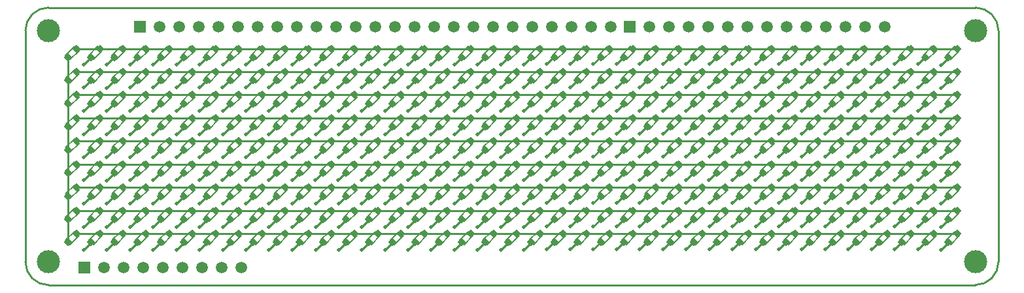
<source format=gtl>
G04*
G04 #@! TF.GenerationSoftware,Altium Limited,Altium Designer,18.1.9 (240)*
G04*
G04 Layer_Physical_Order=1*
G04 Layer_Color=255*
%FSLAX44Y44*%
%MOMM*%
G71*
G01*
G75*
%ADD11C,0.1270*%
%ADD12C,0.2540*%
%ADD13P,1.1314X4X270.0*%
%ADD19R,1.5000X1.5000*%
%ADD20C,1.5000*%
%ADD21C,0.5000*%
%ADD22C,3.0000*%
D11*
X1567903Y772496D02*
X1579216Y783810D01*
X1562246Y778153D02*
X1573560Y789467D01*
X1562246Y778153D02*
X1567903Y772496D01*
X1573560Y789467D02*
X1579216Y783810D01*
X1537903Y772496D02*
X1549217Y783810D01*
X1532246Y778153D02*
X1543560Y789467D01*
X1532246Y778153D02*
X1537903Y772496D01*
X1543560Y789467D02*
X1549217Y783810D01*
X1507903Y772496D02*
X1519216Y783810D01*
X1502246Y778153D02*
X1513560Y789467D01*
X1502246Y778153D02*
X1507903Y772496D01*
X1513560Y789467D02*
X1519216Y783810D01*
X1477903Y772496D02*
X1489217Y783810D01*
X1472246Y778153D02*
X1483560Y789467D01*
X1472246Y778153D02*
X1477903Y772496D01*
X1483560Y789467D02*
X1489217Y783810D01*
X1447903Y772496D02*
X1459217Y783810D01*
X1442246Y778153D02*
X1453560Y789467D01*
X1442246Y778153D02*
X1447903Y772496D01*
X1453560Y789467D02*
X1459217Y783810D01*
X1417903Y772496D02*
X1429216Y783810D01*
X1412246Y778153D02*
X1423560Y789467D01*
X1412246Y778153D02*
X1417903Y772496D01*
X1423560Y789467D02*
X1429216Y783810D01*
X1387903Y772496D02*
X1399217Y783810D01*
X1382246Y778153D02*
X1393560Y789467D01*
X1382246Y778153D02*
X1387903Y772496D01*
X1393560Y789467D02*
X1399217Y783810D01*
X1357903Y772496D02*
X1369216Y783810D01*
X1352246Y778153D02*
X1363560Y789467D01*
X1352246Y778153D02*
X1357903Y772496D01*
X1363560Y789467D02*
X1369216Y783810D01*
X1327903Y772496D02*
X1339217Y783810D01*
X1322246Y778153D02*
X1333560Y789467D01*
X1322246Y778153D02*
X1327903Y772496D01*
X1333560Y789467D02*
X1339217Y783810D01*
X1297903Y772496D02*
X1309217Y783810D01*
X1292246Y778153D02*
X1303560Y789467D01*
X1292246Y778153D02*
X1297903Y772496D01*
X1303560Y789467D02*
X1309217Y783810D01*
X1267903Y772496D02*
X1279217Y783810D01*
X1262246Y778153D02*
X1273560Y789467D01*
X1262246Y778153D02*
X1267903Y772496D01*
X1273560Y789467D02*
X1279217Y783810D01*
X1237903Y772496D02*
X1249217Y783810D01*
X1232246Y778153D02*
X1243560Y789467D01*
X1232246Y778153D02*
X1237903Y772496D01*
X1243560Y789467D02*
X1249217Y783810D01*
X1207903Y772496D02*
X1219217Y783810D01*
X1202246Y778153D02*
X1213560Y789467D01*
X1202246Y778153D02*
X1207903Y772496D01*
X1213560Y789467D02*
X1219217Y783810D01*
X1177903Y772496D02*
X1189217Y783810D01*
X1172246Y778153D02*
X1183560Y789467D01*
X1172246Y778153D02*
X1177903Y772496D01*
X1183560Y789467D02*
X1189217Y783810D01*
X1147903Y772496D02*
X1159217Y783810D01*
X1142246Y778153D02*
X1153560Y789467D01*
X1142246Y778153D02*
X1147903Y772496D01*
X1153560Y789467D02*
X1159217Y783810D01*
X1117903Y772496D02*
X1129217Y783810D01*
X1112246Y778153D02*
X1123560Y789467D01*
X1112246Y778153D02*
X1117903Y772496D01*
X1123560Y789467D02*
X1129217Y783810D01*
X1087903Y772496D02*
X1099217Y783810D01*
X1082246Y778153D02*
X1093560Y789467D01*
X1082246Y778153D02*
X1087903Y772496D01*
X1093560Y789467D02*
X1099217Y783810D01*
X1057903Y772496D02*
X1069217Y783810D01*
X1052246Y778153D02*
X1063560Y789467D01*
X1052246Y778153D02*
X1057903Y772496D01*
X1063560Y789467D02*
X1069217Y783810D01*
X1027903Y772496D02*
X1039217Y783810D01*
X1022246Y778153D02*
X1033560Y789467D01*
X1022246Y778153D02*
X1027903Y772496D01*
X1033560Y789467D02*
X1039217Y783810D01*
X997903Y772496D02*
X1009217Y783810D01*
X992246Y778153D02*
X1003560Y789467D01*
X992246Y778153D02*
X997903Y772496D01*
X1003560Y789467D02*
X1009217Y783810D01*
X967903Y772496D02*
X979217Y783810D01*
X962246Y778153D02*
X973560Y789467D01*
X962246Y778153D02*
X967903Y772496D01*
X973560Y789467D02*
X979217Y783810D01*
X937903Y772496D02*
X949217Y783810D01*
X932246Y778153D02*
X943560Y789467D01*
X932246Y778153D02*
X937903Y772496D01*
X943560Y789467D02*
X949217Y783810D01*
X907903Y772496D02*
X919217Y783810D01*
X902246Y778153D02*
X913560Y789467D01*
X902246Y778153D02*
X907903Y772496D01*
X913560Y789467D02*
X919217Y783810D01*
X877903Y772496D02*
X889217Y783810D01*
X872246Y778153D02*
X883560Y789467D01*
X872246Y778153D02*
X877903Y772496D01*
X883560Y789467D02*
X889217Y783810D01*
X847903Y772496D02*
X859217Y783810D01*
X842246Y778153D02*
X853560Y789467D01*
X842246Y778153D02*
X847903Y772496D01*
X853560Y789467D02*
X859217Y783810D01*
X817903Y772496D02*
X829217Y783810D01*
X812246Y778153D02*
X823560Y789467D01*
X812246Y778153D02*
X817903Y772496D01*
X823560Y789467D02*
X829217Y783810D01*
X787903Y772496D02*
X799217Y783810D01*
X782246Y778153D02*
X793560Y789467D01*
X782246Y778153D02*
X787903Y772496D01*
X793560Y789467D02*
X799217Y783810D01*
X757903Y772496D02*
X769217Y783810D01*
X752246Y778153D02*
X763560Y789467D01*
X752246Y778153D02*
X757903Y772496D01*
X763560Y789467D02*
X769217Y783810D01*
X727903Y772496D02*
X739217Y783810D01*
X722246Y778153D02*
X733560Y789467D01*
X722246Y778153D02*
X727903Y772496D01*
X733560Y789467D02*
X739217Y783810D01*
X697903Y772496D02*
X709217Y783810D01*
X692246Y778153D02*
X703560Y789467D01*
X692246Y778153D02*
X697903Y772496D01*
X703560Y789467D02*
X709217Y783810D01*
X667903Y772496D02*
X679217Y783810D01*
X662246Y778153D02*
X673560Y789467D01*
X662246Y778153D02*
X667903Y772496D01*
X673560Y789467D02*
X679217Y783810D01*
X637903Y772496D02*
X649217Y783810D01*
X632246Y778153D02*
X643560Y789467D01*
X632246Y778153D02*
X637903Y772496D01*
X643560Y789467D02*
X649217Y783810D01*
X607903Y772496D02*
X619217Y783810D01*
X602246Y778153D02*
X613560Y789467D01*
X602246Y778153D02*
X607903Y772496D01*
X613560Y789467D02*
X619217Y783810D01*
X577903Y772496D02*
X589217Y783810D01*
X572246Y778153D02*
X583560Y789467D01*
X572246Y778153D02*
X577903Y772496D01*
X583560Y789467D02*
X589217Y783810D01*
X547903Y772496D02*
X559217Y783810D01*
X542246Y778153D02*
X553560Y789467D01*
X542246Y778153D02*
X547903Y772496D01*
X553560Y789467D02*
X559217Y783810D01*
X517903Y772496D02*
X529217Y783810D01*
X512246Y778153D02*
X523560Y789467D01*
X512246Y778153D02*
X517903Y772496D01*
X523560Y789467D02*
X529217Y783810D01*
X487903Y772496D02*
X499217Y783810D01*
X482246Y778153D02*
X493560Y789467D01*
X482246Y778153D02*
X487903Y772496D01*
X493560Y789467D02*
X499217Y783810D01*
X457903Y772496D02*
X469217Y783810D01*
X452246Y778153D02*
X463560Y789467D01*
X452246Y778153D02*
X457903Y772496D01*
X463560Y789467D02*
X469217Y783810D01*
X427903Y772496D02*
X439217Y783810D01*
X422246Y778153D02*
X433560Y789467D01*
X422246Y778153D02*
X427903Y772496D01*
X433560Y789467D02*
X439217Y783810D01*
X1567903Y802496D02*
X1579216Y813810D01*
X1562246Y808153D02*
X1573560Y819467D01*
X1562246Y808153D02*
X1567903Y802496D01*
X1573560Y819467D02*
X1579216Y813810D01*
X1537903Y802496D02*
X1549217Y813810D01*
X1532246Y808153D02*
X1543560Y819467D01*
X1532246Y808153D02*
X1537903Y802496D01*
X1543560Y819467D02*
X1549217Y813810D01*
X1507903Y802496D02*
X1519216Y813810D01*
X1502246Y808153D02*
X1513560Y819467D01*
X1502246Y808153D02*
X1507903Y802496D01*
X1513560Y819467D02*
X1519216Y813810D01*
X1477903Y802496D02*
X1489217Y813810D01*
X1472246Y808153D02*
X1483560Y819467D01*
X1472246Y808153D02*
X1477903Y802496D01*
X1483560Y819467D02*
X1489217Y813810D01*
X1447903Y802496D02*
X1459217Y813810D01*
X1442246Y808153D02*
X1453560Y819467D01*
X1442246Y808153D02*
X1447903Y802496D01*
X1453560Y819467D02*
X1459217Y813810D01*
X1417903Y802496D02*
X1429216Y813810D01*
X1412246Y808153D02*
X1423560Y819467D01*
X1412246Y808153D02*
X1417903Y802496D01*
X1423560Y819467D02*
X1429216Y813810D01*
X1387903Y802496D02*
X1399217Y813810D01*
X1382246Y808153D02*
X1393560Y819467D01*
X1382246Y808153D02*
X1387903Y802496D01*
X1393560Y819467D02*
X1399217Y813810D01*
X1357903Y802496D02*
X1369216Y813810D01*
X1352246Y808153D02*
X1363560Y819467D01*
X1352246Y808153D02*
X1357903Y802496D01*
X1363560Y819467D02*
X1369216Y813810D01*
X1327903Y802496D02*
X1339217Y813810D01*
X1322246Y808153D02*
X1333560Y819467D01*
X1322246Y808153D02*
X1327903Y802496D01*
X1333560Y819467D02*
X1339217Y813810D01*
X1297903Y802496D02*
X1309217Y813810D01*
X1292246Y808153D02*
X1303560Y819467D01*
X1292246Y808153D02*
X1297903Y802496D01*
X1303560Y819467D02*
X1309217Y813810D01*
X1267903Y802496D02*
X1279217Y813810D01*
X1262246Y808153D02*
X1273560Y819467D01*
X1262246Y808153D02*
X1267903Y802496D01*
X1273560Y819467D02*
X1279217Y813810D01*
X1237903Y802496D02*
X1249217Y813810D01*
X1232246Y808153D02*
X1243560Y819467D01*
X1232246Y808153D02*
X1237903Y802496D01*
X1243560Y819467D02*
X1249217Y813810D01*
X1207903Y802496D02*
X1219217Y813810D01*
X1202246Y808153D02*
X1213560Y819467D01*
X1202246Y808153D02*
X1207903Y802496D01*
X1213560Y819467D02*
X1219217Y813810D01*
X1177903Y802496D02*
X1189217Y813810D01*
X1172246Y808153D02*
X1183560Y819467D01*
X1172246Y808153D02*
X1177903Y802496D01*
X1183560Y819467D02*
X1189217Y813810D01*
X1147903Y802496D02*
X1159217Y813810D01*
X1142246Y808153D02*
X1153560Y819467D01*
X1142246Y808153D02*
X1147903Y802496D01*
X1153560Y819467D02*
X1159217Y813810D01*
X1117903Y802496D02*
X1129217Y813810D01*
X1112246Y808153D02*
X1123560Y819467D01*
X1112246Y808153D02*
X1117903Y802496D01*
X1123560Y819467D02*
X1129217Y813810D01*
X1087903Y802496D02*
X1099217Y813810D01*
X1082246Y808153D02*
X1093560Y819467D01*
X1082246Y808153D02*
X1087903Y802496D01*
X1093560Y819467D02*
X1099217Y813810D01*
X1057903Y802496D02*
X1069217Y813810D01*
X1052246Y808153D02*
X1063560Y819467D01*
X1052246Y808153D02*
X1057903Y802496D01*
X1063560Y819467D02*
X1069217Y813810D01*
X1027903Y802496D02*
X1039217Y813810D01*
X1022246Y808153D02*
X1033560Y819467D01*
X1022246Y808153D02*
X1027903Y802496D01*
X1033560Y819467D02*
X1039217Y813810D01*
X997903Y802496D02*
X1009217Y813810D01*
X992246Y808153D02*
X1003560Y819467D01*
X992246Y808153D02*
X997903Y802496D01*
X1003560Y819467D02*
X1009217Y813810D01*
X967903Y802496D02*
X979217Y813810D01*
X962246Y808153D02*
X973560Y819467D01*
X962246Y808153D02*
X967903Y802496D01*
X973560Y819467D02*
X979217Y813810D01*
X937903Y802496D02*
X949217Y813810D01*
X932246Y808153D02*
X943560Y819467D01*
X932246Y808153D02*
X937903Y802496D01*
X943560Y819467D02*
X949217Y813810D01*
X907903Y802496D02*
X919217Y813810D01*
X902246Y808153D02*
X913560Y819467D01*
X902246Y808153D02*
X907903Y802496D01*
X913560Y819467D02*
X919217Y813810D01*
X877903Y802496D02*
X889217Y813810D01*
X872246Y808153D02*
X883560Y819467D01*
X872246Y808153D02*
X877903Y802496D01*
X883560Y819467D02*
X889217Y813810D01*
X847903Y802496D02*
X859217Y813810D01*
X842246Y808153D02*
X853560Y819467D01*
X842246Y808153D02*
X847903Y802496D01*
X853560Y819467D02*
X859217Y813810D01*
X817903Y802496D02*
X829217Y813810D01*
X812246Y808153D02*
X823560Y819467D01*
X812246Y808153D02*
X817903Y802496D01*
X823560Y819467D02*
X829217Y813810D01*
X787903Y802496D02*
X799217Y813810D01*
X782246Y808153D02*
X793560Y819467D01*
X782246Y808153D02*
X787903Y802496D01*
X793560Y819467D02*
X799217Y813810D01*
X757903Y802496D02*
X769217Y813810D01*
X752246Y808153D02*
X763560Y819467D01*
X752246Y808153D02*
X757903Y802496D01*
X763560Y819467D02*
X769217Y813810D01*
X727903Y802496D02*
X739217Y813810D01*
X722246Y808153D02*
X733560Y819467D01*
X722246Y808153D02*
X727903Y802496D01*
X733560Y819467D02*
X739217Y813810D01*
X697903Y802496D02*
X709217Y813810D01*
X692246Y808153D02*
X703560Y819467D01*
X692246Y808153D02*
X697903Y802496D01*
X703560Y819467D02*
X709217Y813810D01*
X667903Y802496D02*
X679217Y813810D01*
X662246Y808153D02*
X673560Y819467D01*
X662246Y808153D02*
X667903Y802496D01*
X673560Y819467D02*
X679217Y813810D01*
X637903Y802496D02*
X649217Y813810D01*
X632246Y808153D02*
X643560Y819467D01*
X632246Y808153D02*
X637903Y802496D01*
X643560Y819467D02*
X649217Y813810D01*
X607903Y802496D02*
X619217Y813810D01*
X602246Y808153D02*
X613560Y819467D01*
X602246Y808153D02*
X607903Y802496D01*
X613560Y819467D02*
X619217Y813810D01*
X577903Y802496D02*
X589217Y813810D01*
X572246Y808153D02*
X583560Y819467D01*
X572246Y808153D02*
X577903Y802496D01*
X583560Y819467D02*
X589217Y813810D01*
X547903Y802496D02*
X559217Y813810D01*
X542246Y808153D02*
X553560Y819467D01*
X542246Y808153D02*
X547903Y802496D01*
X553560Y819467D02*
X559217Y813810D01*
X517903Y802496D02*
X529217Y813810D01*
X512246Y808153D02*
X523560Y819467D01*
X512246Y808153D02*
X517903Y802496D01*
X523560Y819467D02*
X529217Y813810D01*
X487903Y802496D02*
X499217Y813810D01*
X482246Y808153D02*
X493560Y819467D01*
X482246Y808153D02*
X487903Y802496D01*
X493560Y819467D02*
X499217Y813810D01*
X457903Y802496D02*
X469217Y813810D01*
X452246Y808153D02*
X463560Y819467D01*
X452246Y808153D02*
X457903Y802496D01*
X463560Y819467D02*
X469217Y813810D01*
X427903Y802496D02*
X439217Y813810D01*
X422246Y808153D02*
X433560Y819467D01*
X422246Y808153D02*
X427903Y802496D01*
X433560Y819467D02*
X439217Y813810D01*
X1567903Y832496D02*
X1579216Y843810D01*
X1562246Y838153D02*
X1573560Y849467D01*
X1562246Y838153D02*
X1567903Y832496D01*
X1573560Y849467D02*
X1579216Y843810D01*
X1537903Y832496D02*
X1549217Y843810D01*
X1532246Y838153D02*
X1543560Y849467D01*
X1532246Y838153D02*
X1537903Y832496D01*
X1543560Y849467D02*
X1549217Y843810D01*
X1507903Y832496D02*
X1519216Y843810D01*
X1502246Y838153D02*
X1513560Y849467D01*
X1502246Y838153D02*
X1507903Y832496D01*
X1513560Y849467D02*
X1519216Y843810D01*
X1477903Y832496D02*
X1489217Y843810D01*
X1472246Y838153D02*
X1483560Y849467D01*
X1472246Y838153D02*
X1477903Y832496D01*
X1483560Y849467D02*
X1489217Y843810D01*
X1447903Y832496D02*
X1459217Y843810D01*
X1442246Y838153D02*
X1453560Y849467D01*
X1442246Y838153D02*
X1447903Y832496D01*
X1453560Y849467D02*
X1459217Y843810D01*
X1417903Y832496D02*
X1429216Y843810D01*
X1412246Y838153D02*
X1423560Y849467D01*
X1412246Y838153D02*
X1417903Y832496D01*
X1423560Y849467D02*
X1429216Y843810D01*
X1387903Y832496D02*
X1399217Y843810D01*
X1382246Y838153D02*
X1393560Y849467D01*
X1382246Y838153D02*
X1387903Y832496D01*
X1393560Y849467D02*
X1399217Y843810D01*
X1357903Y832496D02*
X1369216Y843810D01*
X1352246Y838153D02*
X1363560Y849467D01*
X1352246Y838153D02*
X1357903Y832496D01*
X1363560Y849467D02*
X1369216Y843810D01*
X1327903Y832496D02*
X1339217Y843810D01*
X1322246Y838153D02*
X1333560Y849467D01*
X1322246Y838153D02*
X1327903Y832496D01*
X1333560Y849467D02*
X1339217Y843810D01*
X1297903Y832496D02*
X1309217Y843810D01*
X1292246Y838153D02*
X1303560Y849467D01*
X1292246Y838153D02*
X1297903Y832496D01*
X1303560Y849467D02*
X1309217Y843810D01*
X1267903Y832496D02*
X1279217Y843810D01*
X1262246Y838153D02*
X1273560Y849467D01*
X1262246Y838153D02*
X1267903Y832496D01*
X1273560Y849467D02*
X1279217Y843810D01*
X1237903Y832496D02*
X1249217Y843810D01*
X1232246Y838153D02*
X1243560Y849467D01*
X1232246Y838153D02*
X1237903Y832496D01*
X1243560Y849467D02*
X1249217Y843810D01*
X1207903Y832496D02*
X1219217Y843810D01*
X1202246Y838153D02*
X1213560Y849467D01*
X1202246Y838153D02*
X1207903Y832496D01*
X1213560Y849467D02*
X1219217Y843810D01*
X1177903Y832496D02*
X1189217Y843810D01*
X1172246Y838153D02*
X1183560Y849467D01*
X1172246Y838153D02*
X1177903Y832496D01*
X1183560Y849467D02*
X1189217Y843810D01*
X1147903Y832496D02*
X1159217Y843810D01*
X1142246Y838153D02*
X1153560Y849467D01*
X1142246Y838153D02*
X1147903Y832496D01*
X1153560Y849467D02*
X1159217Y843810D01*
X1117903Y832496D02*
X1129217Y843810D01*
X1112246Y838153D02*
X1123560Y849467D01*
X1112246Y838153D02*
X1117903Y832496D01*
X1123560Y849467D02*
X1129217Y843810D01*
X1087903Y832496D02*
X1099217Y843810D01*
X1082246Y838153D02*
X1093560Y849467D01*
X1082246Y838153D02*
X1087903Y832496D01*
X1093560Y849467D02*
X1099217Y843810D01*
X1057903Y832496D02*
X1069217Y843810D01*
X1052246Y838153D02*
X1063560Y849467D01*
X1052246Y838153D02*
X1057903Y832496D01*
X1063560Y849467D02*
X1069217Y843810D01*
X1027903Y832496D02*
X1039217Y843810D01*
X1022246Y838153D02*
X1033560Y849467D01*
X1022246Y838153D02*
X1027903Y832496D01*
X1033560Y849467D02*
X1039217Y843810D01*
X997903Y832496D02*
X1009217Y843810D01*
X992246Y838153D02*
X1003560Y849467D01*
X992246Y838153D02*
X997903Y832496D01*
X1003560Y849467D02*
X1009217Y843810D01*
X967903Y832496D02*
X979217Y843810D01*
X962246Y838153D02*
X973560Y849467D01*
X962246Y838153D02*
X967903Y832496D01*
X973560Y849467D02*
X979217Y843810D01*
X937903Y832496D02*
X949217Y843810D01*
X932246Y838153D02*
X943560Y849467D01*
X932246Y838153D02*
X937903Y832496D01*
X943560Y849467D02*
X949217Y843810D01*
X907903Y832496D02*
X919217Y843810D01*
X902246Y838153D02*
X913560Y849467D01*
X902246Y838153D02*
X907903Y832496D01*
X913560Y849467D02*
X919217Y843810D01*
X877903Y832496D02*
X889217Y843810D01*
X872246Y838153D02*
X883560Y849467D01*
X872246Y838153D02*
X877903Y832496D01*
X883560Y849467D02*
X889217Y843810D01*
X847903Y832496D02*
X859217Y843810D01*
X842246Y838153D02*
X853560Y849467D01*
X842246Y838153D02*
X847903Y832496D01*
X853560Y849467D02*
X859217Y843810D01*
X817903Y832496D02*
X829217Y843810D01*
X812246Y838153D02*
X823560Y849467D01*
X812246Y838153D02*
X817903Y832496D01*
X823560Y849467D02*
X829217Y843810D01*
X787903Y832496D02*
X799217Y843810D01*
X782246Y838153D02*
X793560Y849467D01*
X782246Y838153D02*
X787903Y832496D01*
X793560Y849467D02*
X799217Y843810D01*
X757903Y832496D02*
X769217Y843810D01*
X752246Y838153D02*
X763560Y849467D01*
X752246Y838153D02*
X757903Y832496D01*
X763560Y849467D02*
X769217Y843810D01*
X727903Y832496D02*
X739217Y843810D01*
X722246Y838153D02*
X733560Y849467D01*
X722246Y838153D02*
X727903Y832496D01*
X733560Y849467D02*
X739217Y843810D01*
X697903Y832496D02*
X709217Y843810D01*
X692246Y838153D02*
X703560Y849467D01*
X692246Y838153D02*
X697903Y832496D01*
X703560Y849467D02*
X709217Y843810D01*
X667903Y832496D02*
X679217Y843810D01*
X662246Y838153D02*
X673560Y849467D01*
X662246Y838153D02*
X667903Y832496D01*
X673560Y849467D02*
X679217Y843810D01*
X637903Y832496D02*
X649217Y843810D01*
X632246Y838153D02*
X643560Y849467D01*
X632246Y838153D02*
X637903Y832496D01*
X643560Y849467D02*
X649217Y843810D01*
X607903Y832496D02*
X619217Y843810D01*
X602246Y838153D02*
X613560Y849467D01*
X602246Y838153D02*
X607903Y832496D01*
X613560Y849467D02*
X619217Y843810D01*
X577903Y832496D02*
X589217Y843810D01*
X572246Y838153D02*
X583560Y849467D01*
X572246Y838153D02*
X577903Y832496D01*
X583560Y849467D02*
X589217Y843810D01*
X547903Y832496D02*
X559217Y843810D01*
X542246Y838153D02*
X553560Y849467D01*
X542246Y838153D02*
X547903Y832496D01*
X553560Y849467D02*
X559217Y843810D01*
X517903Y832496D02*
X529217Y843810D01*
X512246Y838153D02*
X523560Y849467D01*
X512246Y838153D02*
X517903Y832496D01*
X523560Y849467D02*
X529217Y843810D01*
X487903Y832496D02*
X499217Y843810D01*
X482246Y838153D02*
X493560Y849467D01*
X482246Y838153D02*
X487903Y832496D01*
X493560Y849467D02*
X499217Y843810D01*
X457903Y832496D02*
X469217Y843810D01*
X452246Y838153D02*
X463560Y849467D01*
X452246Y838153D02*
X457903Y832496D01*
X463560Y849467D02*
X469217Y843810D01*
X427903Y832496D02*
X439217Y843810D01*
X422246Y838153D02*
X433560Y849467D01*
X422246Y838153D02*
X427903Y832496D01*
X433560Y849467D02*
X439217Y843810D01*
X1567903Y862496D02*
X1579216Y873810D01*
X1562246Y868153D02*
X1573560Y879467D01*
X1562246Y868153D02*
X1567903Y862496D01*
X1573560Y879467D02*
X1579216Y873810D01*
X1537903Y862496D02*
X1549217Y873810D01*
X1532246Y868153D02*
X1543560Y879467D01*
X1532246Y868153D02*
X1537903Y862496D01*
X1543560Y879467D02*
X1549217Y873810D01*
X1507903Y862496D02*
X1519216Y873810D01*
X1502246Y868153D02*
X1513560Y879467D01*
X1502246Y868153D02*
X1507903Y862496D01*
X1513560Y879467D02*
X1519216Y873810D01*
X1477903Y862496D02*
X1489217Y873810D01*
X1472246Y868153D02*
X1483560Y879467D01*
X1472246Y868153D02*
X1477903Y862496D01*
X1483560Y879467D02*
X1489217Y873810D01*
X1447903Y862496D02*
X1459217Y873810D01*
X1442246Y868153D02*
X1453560Y879467D01*
X1442246Y868153D02*
X1447903Y862496D01*
X1453560Y879467D02*
X1459217Y873810D01*
X1417903Y862496D02*
X1429216Y873810D01*
X1412246Y868153D02*
X1423560Y879467D01*
X1412246Y868153D02*
X1417903Y862496D01*
X1423560Y879467D02*
X1429216Y873810D01*
X1387903Y862496D02*
X1399217Y873810D01*
X1382246Y868153D02*
X1393560Y879467D01*
X1382246Y868153D02*
X1387903Y862496D01*
X1393560Y879467D02*
X1399217Y873810D01*
X1357903Y862496D02*
X1369216Y873810D01*
X1352246Y868153D02*
X1363560Y879467D01*
X1352246Y868153D02*
X1357903Y862496D01*
X1363560Y879467D02*
X1369216Y873810D01*
X1327903Y862496D02*
X1339217Y873810D01*
X1322246Y868153D02*
X1333560Y879467D01*
X1322246Y868153D02*
X1327903Y862496D01*
X1333560Y879467D02*
X1339217Y873810D01*
X1297903Y862496D02*
X1309217Y873810D01*
X1292246Y868153D02*
X1303560Y879467D01*
X1292246Y868153D02*
X1297903Y862496D01*
X1303560Y879467D02*
X1309217Y873810D01*
X1267903Y862496D02*
X1279217Y873810D01*
X1262246Y868153D02*
X1273560Y879467D01*
X1262246Y868153D02*
X1267903Y862496D01*
X1273560Y879467D02*
X1279217Y873810D01*
X1237903Y862496D02*
X1249217Y873810D01*
X1232246Y868153D02*
X1243560Y879467D01*
X1232246Y868153D02*
X1237903Y862496D01*
X1243560Y879467D02*
X1249217Y873810D01*
X1207903Y862496D02*
X1219217Y873810D01*
X1202246Y868153D02*
X1213560Y879467D01*
X1202246Y868153D02*
X1207903Y862496D01*
X1213560Y879467D02*
X1219217Y873810D01*
X1177903Y862496D02*
X1189217Y873810D01*
X1172246Y868153D02*
X1183560Y879467D01*
X1172246Y868153D02*
X1177903Y862496D01*
X1183560Y879467D02*
X1189217Y873810D01*
X1147903Y862496D02*
X1159217Y873810D01*
X1142246Y868153D02*
X1153560Y879467D01*
X1142246Y868153D02*
X1147903Y862496D01*
X1153560Y879467D02*
X1159217Y873810D01*
X1117903Y862496D02*
X1129217Y873810D01*
X1112246Y868153D02*
X1123560Y879467D01*
X1112246Y868153D02*
X1117903Y862496D01*
X1123560Y879467D02*
X1129217Y873810D01*
X1087903Y862496D02*
X1099217Y873810D01*
X1082246Y868153D02*
X1093560Y879467D01*
X1082246Y868153D02*
X1087903Y862496D01*
X1093560Y879467D02*
X1099217Y873810D01*
X1057903Y862496D02*
X1069217Y873810D01*
X1052246Y868153D02*
X1063560Y879467D01*
X1052246Y868153D02*
X1057903Y862496D01*
X1063560Y879467D02*
X1069217Y873810D01*
X1027903Y862496D02*
X1039217Y873810D01*
X1022246Y868153D02*
X1033560Y879467D01*
X1022246Y868153D02*
X1027903Y862496D01*
X1033560Y879467D02*
X1039217Y873810D01*
X997903Y862496D02*
X1009217Y873810D01*
X992246Y868153D02*
X1003560Y879467D01*
X992246Y868153D02*
X997903Y862496D01*
X1003560Y879467D02*
X1009217Y873810D01*
X967903Y862496D02*
X979217Y873810D01*
X962246Y868153D02*
X973560Y879467D01*
X962246Y868153D02*
X967903Y862496D01*
X973560Y879467D02*
X979217Y873810D01*
X937903Y862496D02*
X949217Y873810D01*
X932246Y868153D02*
X943560Y879467D01*
X932246Y868153D02*
X937903Y862496D01*
X943560Y879467D02*
X949217Y873810D01*
X907903Y862496D02*
X919217Y873810D01*
X902246Y868153D02*
X913560Y879467D01*
X902246Y868153D02*
X907903Y862496D01*
X913560Y879467D02*
X919217Y873810D01*
X877903Y862496D02*
X889217Y873810D01*
X872246Y868153D02*
X883560Y879467D01*
X872246Y868153D02*
X877903Y862496D01*
X883560Y879467D02*
X889217Y873810D01*
X847903Y862496D02*
X859217Y873810D01*
X842246Y868153D02*
X853560Y879467D01*
X842246Y868153D02*
X847903Y862496D01*
X853560Y879467D02*
X859217Y873810D01*
X817903Y862496D02*
X829217Y873810D01*
X812246Y868153D02*
X823560Y879467D01*
X812246Y868153D02*
X817903Y862496D01*
X823560Y879467D02*
X829217Y873810D01*
X787903Y862496D02*
X799217Y873810D01*
X782246Y868153D02*
X793560Y879467D01*
X782246Y868153D02*
X787903Y862496D01*
X793560Y879467D02*
X799217Y873810D01*
X757903Y862496D02*
X769217Y873810D01*
X752246Y868153D02*
X763560Y879467D01*
X752246Y868153D02*
X757903Y862496D01*
X763560Y879467D02*
X769217Y873810D01*
X727903Y862496D02*
X739217Y873810D01*
X722246Y868153D02*
X733560Y879467D01*
X722246Y868153D02*
X727903Y862496D01*
X733560Y879467D02*
X739217Y873810D01*
X697903Y862496D02*
X709217Y873810D01*
X692246Y868153D02*
X703560Y879467D01*
X692246Y868153D02*
X697903Y862496D01*
X703560Y879467D02*
X709217Y873810D01*
X667903Y862496D02*
X679217Y873810D01*
X662246Y868153D02*
X673560Y879467D01*
X662246Y868153D02*
X667903Y862496D01*
X673560Y879467D02*
X679217Y873810D01*
X637903Y862496D02*
X649217Y873810D01*
X632246Y868153D02*
X643560Y879467D01*
X632246Y868153D02*
X637903Y862496D01*
X643560Y879467D02*
X649217Y873810D01*
X607903Y862496D02*
X619217Y873810D01*
X602246Y868153D02*
X613560Y879467D01*
X602246Y868153D02*
X607903Y862496D01*
X613560Y879467D02*
X619217Y873810D01*
X577903Y862496D02*
X589217Y873810D01*
X572246Y868153D02*
X583560Y879467D01*
X572246Y868153D02*
X577903Y862496D01*
X583560Y879467D02*
X589217Y873810D01*
X547903Y862496D02*
X559217Y873810D01*
X542246Y868153D02*
X553560Y879467D01*
X542246Y868153D02*
X547903Y862496D01*
X553560Y879467D02*
X559217Y873810D01*
X517903Y862496D02*
X529217Y873810D01*
X512246Y868153D02*
X523560Y879467D01*
X512246Y868153D02*
X517903Y862496D01*
X523560Y879467D02*
X529217Y873810D01*
X487903Y862496D02*
X499217Y873810D01*
X482246Y868153D02*
X493560Y879467D01*
X482246Y868153D02*
X487903Y862496D01*
X493560Y879467D02*
X499217Y873810D01*
X457903Y862496D02*
X469217Y873810D01*
X452246Y868153D02*
X463560Y879467D01*
X452246Y868153D02*
X457903Y862496D01*
X463560Y879467D02*
X469217Y873810D01*
X427903Y862496D02*
X439217Y873810D01*
X422246Y868153D02*
X433560Y879467D01*
X422246Y868153D02*
X427903Y862496D01*
X433560Y879467D02*
X439217Y873810D01*
X1567903Y892496D02*
X1579216Y903810D01*
X1562246Y898153D02*
X1573560Y909467D01*
X1562246Y898153D02*
X1567903Y892496D01*
X1573560Y909467D02*
X1579216Y903810D01*
X1537903Y892496D02*
X1549217Y903810D01*
X1532246Y898153D02*
X1543560Y909467D01*
X1532246Y898153D02*
X1537903Y892496D01*
X1543560Y909467D02*
X1549217Y903810D01*
X1507903Y892496D02*
X1519216Y903810D01*
X1502246Y898153D02*
X1513560Y909467D01*
X1502246Y898153D02*
X1507903Y892496D01*
X1513560Y909467D02*
X1519216Y903810D01*
X1477903Y892496D02*
X1489217Y903810D01*
X1472246Y898153D02*
X1483560Y909467D01*
X1472246Y898153D02*
X1477903Y892496D01*
X1483560Y909467D02*
X1489217Y903810D01*
X1447903Y892496D02*
X1459217Y903810D01*
X1442246Y898153D02*
X1453560Y909467D01*
X1442246Y898153D02*
X1447903Y892496D01*
X1453560Y909467D02*
X1459217Y903810D01*
X1417903Y892496D02*
X1429216Y903810D01*
X1412246Y898153D02*
X1423560Y909467D01*
X1412246Y898153D02*
X1417903Y892496D01*
X1423560Y909467D02*
X1429216Y903810D01*
X1387903Y892496D02*
X1399217Y903810D01*
X1382246Y898153D02*
X1393560Y909467D01*
X1382246Y898153D02*
X1387903Y892496D01*
X1393560Y909467D02*
X1399217Y903810D01*
X1357903Y892496D02*
X1369216Y903810D01*
X1352246Y898153D02*
X1363560Y909467D01*
X1352246Y898153D02*
X1357903Y892496D01*
X1363560Y909467D02*
X1369216Y903810D01*
X1327903Y892496D02*
X1339217Y903810D01*
X1322246Y898153D02*
X1333560Y909467D01*
X1322246Y898153D02*
X1327903Y892496D01*
X1333560Y909467D02*
X1339217Y903810D01*
X1297903Y892496D02*
X1309217Y903810D01*
X1292246Y898153D02*
X1303560Y909467D01*
X1292246Y898153D02*
X1297903Y892496D01*
X1303560Y909467D02*
X1309217Y903810D01*
X1267903Y892496D02*
X1279217Y903810D01*
X1262246Y898153D02*
X1273560Y909467D01*
X1262246Y898153D02*
X1267903Y892496D01*
X1273560Y909467D02*
X1279217Y903810D01*
X1237903Y892496D02*
X1249217Y903810D01*
X1232246Y898153D02*
X1243560Y909467D01*
X1232246Y898153D02*
X1237903Y892496D01*
X1243560Y909467D02*
X1249217Y903810D01*
X1207903Y892496D02*
X1219217Y903810D01*
X1202246Y898153D02*
X1213560Y909467D01*
X1202246Y898153D02*
X1207903Y892496D01*
X1213560Y909467D02*
X1219217Y903810D01*
X1177903Y892496D02*
X1189217Y903810D01*
X1172246Y898153D02*
X1183560Y909467D01*
X1172246Y898153D02*
X1177903Y892496D01*
X1183560Y909467D02*
X1189217Y903810D01*
X1147903Y892496D02*
X1159217Y903810D01*
X1142246Y898153D02*
X1153560Y909467D01*
X1142246Y898153D02*
X1147903Y892496D01*
X1153560Y909467D02*
X1159217Y903810D01*
X1117903Y892496D02*
X1129217Y903810D01*
X1112246Y898153D02*
X1123560Y909467D01*
X1112246Y898153D02*
X1117903Y892496D01*
X1123560Y909467D02*
X1129217Y903810D01*
X1087903Y892496D02*
X1099217Y903810D01*
X1082246Y898153D02*
X1093560Y909467D01*
X1082246Y898153D02*
X1087903Y892496D01*
X1093560Y909467D02*
X1099217Y903810D01*
X1057903Y892496D02*
X1069217Y903810D01*
X1052246Y898153D02*
X1063560Y909467D01*
X1052246Y898153D02*
X1057903Y892496D01*
X1063560Y909467D02*
X1069217Y903810D01*
X1027903Y892496D02*
X1039217Y903810D01*
X1022246Y898153D02*
X1033560Y909467D01*
X1022246Y898153D02*
X1027903Y892496D01*
X1033560Y909467D02*
X1039217Y903810D01*
X997903Y892496D02*
X1009217Y903810D01*
X992246Y898153D02*
X1003560Y909467D01*
X992246Y898153D02*
X997903Y892496D01*
X1003560Y909467D02*
X1009217Y903810D01*
X967903Y892496D02*
X979217Y903810D01*
X962246Y898153D02*
X973560Y909467D01*
X962246Y898153D02*
X967903Y892496D01*
X973560Y909467D02*
X979217Y903810D01*
X937903Y892496D02*
X949217Y903810D01*
X932246Y898153D02*
X943560Y909467D01*
X932246Y898153D02*
X937903Y892496D01*
X943560Y909467D02*
X949217Y903810D01*
X907903Y892496D02*
X919217Y903810D01*
X902246Y898153D02*
X913560Y909467D01*
X902246Y898153D02*
X907903Y892496D01*
X913560Y909467D02*
X919217Y903810D01*
X877903Y892496D02*
X889217Y903810D01*
X872246Y898153D02*
X883560Y909467D01*
X872246Y898153D02*
X877903Y892496D01*
X883560Y909467D02*
X889217Y903810D01*
X847903Y892496D02*
X859217Y903810D01*
X842246Y898153D02*
X853560Y909467D01*
X842246Y898153D02*
X847903Y892496D01*
X853560Y909467D02*
X859217Y903810D01*
X817903Y892496D02*
X829217Y903810D01*
X812246Y898153D02*
X823560Y909467D01*
X812246Y898153D02*
X817903Y892496D01*
X823560Y909467D02*
X829217Y903810D01*
X787903Y892496D02*
X799217Y903810D01*
X782246Y898153D02*
X793560Y909467D01*
X782246Y898153D02*
X787903Y892496D01*
X793560Y909467D02*
X799217Y903810D01*
X757903Y892496D02*
X769217Y903810D01*
X752246Y898153D02*
X763560Y909467D01*
X752246Y898153D02*
X757903Y892496D01*
X763560Y909467D02*
X769217Y903810D01*
X727903Y892496D02*
X739217Y903810D01*
X722246Y898153D02*
X733560Y909467D01*
X722246Y898153D02*
X727903Y892496D01*
X733560Y909467D02*
X739217Y903810D01*
X697903Y892496D02*
X709217Y903810D01*
X692246Y898153D02*
X703560Y909467D01*
X692246Y898153D02*
X697903Y892496D01*
X703560Y909467D02*
X709217Y903810D01*
X667903Y892496D02*
X679217Y903810D01*
X662246Y898153D02*
X673560Y909467D01*
X662246Y898153D02*
X667903Y892496D01*
X673560Y909467D02*
X679217Y903810D01*
X637903Y892496D02*
X649217Y903810D01*
X632246Y898153D02*
X643560Y909467D01*
X632246Y898153D02*
X637903Y892496D01*
X643560Y909467D02*
X649217Y903810D01*
X607903Y892496D02*
X619217Y903810D01*
X602246Y898153D02*
X613560Y909467D01*
X602246Y898153D02*
X607903Y892496D01*
X613560Y909467D02*
X619217Y903810D01*
X577903Y892496D02*
X589217Y903810D01*
X572246Y898153D02*
X583560Y909467D01*
X572246Y898153D02*
X577903Y892496D01*
X583560Y909467D02*
X589217Y903810D01*
X547903Y892496D02*
X559217Y903810D01*
X542246Y898153D02*
X553560Y909467D01*
X542246Y898153D02*
X547903Y892496D01*
X553560Y909467D02*
X559217Y903810D01*
X517903Y892496D02*
X529217Y903810D01*
X512246Y898153D02*
X523560Y909467D01*
X512246Y898153D02*
X517903Y892496D01*
X523560Y909467D02*
X529217Y903810D01*
X487903Y892496D02*
X499217Y903810D01*
X482246Y898153D02*
X493560Y909467D01*
X482246Y898153D02*
X487903Y892496D01*
X493560Y909467D02*
X499217Y903810D01*
X457903Y892496D02*
X469217Y903810D01*
X452246Y898153D02*
X463560Y909467D01*
X452246Y898153D02*
X457903Y892496D01*
X463560Y909467D02*
X469217Y903810D01*
X427903Y892496D02*
X439217Y903810D01*
X422246Y898153D02*
X433560Y909467D01*
X422246Y898153D02*
X427903Y892496D01*
X433560Y909467D02*
X439217Y903810D01*
X1567903Y922496D02*
X1579216Y933810D01*
X1562246Y928153D02*
X1573560Y939467D01*
X1562246Y928153D02*
X1567903Y922496D01*
X1573560Y939467D02*
X1579216Y933810D01*
X1537903Y922496D02*
X1549217Y933810D01*
X1532246Y928153D02*
X1543560Y939467D01*
X1532246Y928153D02*
X1537903Y922496D01*
X1543560Y939467D02*
X1549217Y933810D01*
X1507903Y922496D02*
X1519216Y933810D01*
X1502246Y928153D02*
X1513560Y939467D01*
X1502246Y928153D02*
X1507903Y922496D01*
X1513560Y939467D02*
X1519216Y933810D01*
X1477903Y922496D02*
X1489217Y933810D01*
X1472246Y928153D02*
X1483560Y939467D01*
X1472246Y928153D02*
X1477903Y922496D01*
X1483560Y939467D02*
X1489217Y933810D01*
X1447903Y922496D02*
X1459217Y933810D01*
X1442246Y928153D02*
X1453560Y939467D01*
X1442246Y928153D02*
X1447903Y922496D01*
X1453560Y939467D02*
X1459217Y933810D01*
X1417903Y922496D02*
X1429216Y933810D01*
X1412246Y928153D02*
X1423560Y939467D01*
X1412246Y928153D02*
X1417903Y922496D01*
X1423560Y939467D02*
X1429216Y933810D01*
X1387903Y922496D02*
X1399217Y933810D01*
X1382246Y928153D02*
X1393560Y939467D01*
X1382246Y928153D02*
X1387903Y922496D01*
X1393560Y939467D02*
X1399217Y933810D01*
X1357903Y922496D02*
X1369216Y933810D01*
X1352246Y928153D02*
X1363560Y939467D01*
X1352246Y928153D02*
X1357903Y922496D01*
X1363560Y939467D02*
X1369216Y933810D01*
X1327903Y922496D02*
X1339217Y933810D01*
X1322246Y928153D02*
X1333560Y939467D01*
X1322246Y928153D02*
X1327903Y922496D01*
X1333560Y939467D02*
X1339217Y933810D01*
X1297903Y922496D02*
X1309217Y933810D01*
X1292246Y928153D02*
X1303560Y939467D01*
X1292246Y928153D02*
X1297903Y922496D01*
X1303560Y939467D02*
X1309217Y933810D01*
X1267903Y922496D02*
X1279217Y933810D01*
X1262246Y928153D02*
X1273560Y939467D01*
X1262246Y928153D02*
X1267903Y922496D01*
X1273560Y939467D02*
X1279217Y933810D01*
X1237903Y922496D02*
X1249217Y933810D01*
X1232246Y928153D02*
X1243560Y939467D01*
X1232246Y928153D02*
X1237903Y922496D01*
X1243560Y939467D02*
X1249217Y933810D01*
X1207903Y922496D02*
X1219217Y933810D01*
X1202246Y928153D02*
X1213560Y939467D01*
X1202246Y928153D02*
X1207903Y922496D01*
X1213560Y939467D02*
X1219217Y933810D01*
X1177903Y922496D02*
X1189217Y933810D01*
X1172246Y928153D02*
X1183560Y939467D01*
X1172246Y928153D02*
X1177903Y922496D01*
X1183560Y939467D02*
X1189217Y933810D01*
X1147903Y922496D02*
X1159217Y933810D01*
X1142246Y928153D02*
X1153560Y939467D01*
X1142246Y928153D02*
X1147903Y922496D01*
X1153560Y939467D02*
X1159217Y933810D01*
X1117903Y922496D02*
X1129217Y933810D01*
X1112246Y928153D02*
X1123560Y939467D01*
X1112246Y928153D02*
X1117903Y922496D01*
X1123560Y939467D02*
X1129217Y933810D01*
X1087903Y922496D02*
X1099217Y933810D01*
X1082246Y928153D02*
X1093560Y939467D01*
X1082246Y928153D02*
X1087903Y922496D01*
X1093560Y939467D02*
X1099217Y933810D01*
X1057903Y922496D02*
X1069217Y933810D01*
X1052246Y928153D02*
X1063560Y939467D01*
X1052246Y928153D02*
X1057903Y922496D01*
X1063560Y939467D02*
X1069217Y933810D01*
X1027903Y922496D02*
X1039217Y933810D01*
X1022246Y928153D02*
X1033560Y939467D01*
X1022246Y928153D02*
X1027903Y922496D01*
X1033560Y939467D02*
X1039217Y933810D01*
X997903Y922496D02*
X1009217Y933810D01*
X992246Y928153D02*
X1003560Y939467D01*
X992246Y928153D02*
X997903Y922496D01*
X1003560Y939467D02*
X1009217Y933810D01*
X967903Y922496D02*
X979217Y933810D01*
X962246Y928153D02*
X973560Y939467D01*
X962246Y928153D02*
X967903Y922496D01*
X973560Y939467D02*
X979217Y933810D01*
X937903Y922496D02*
X949217Y933810D01*
X932246Y928153D02*
X943560Y939467D01*
X932246Y928153D02*
X937903Y922496D01*
X943560Y939467D02*
X949217Y933810D01*
X907903Y922496D02*
X919217Y933810D01*
X902246Y928153D02*
X913560Y939467D01*
X902246Y928153D02*
X907903Y922496D01*
X913560Y939467D02*
X919217Y933810D01*
X877903Y922496D02*
X889217Y933810D01*
X872246Y928153D02*
X883560Y939467D01*
X872246Y928153D02*
X877903Y922496D01*
X883560Y939467D02*
X889217Y933810D01*
X847903Y922496D02*
X859217Y933810D01*
X842246Y928153D02*
X853560Y939467D01*
X842246Y928153D02*
X847903Y922496D01*
X853560Y939467D02*
X859217Y933810D01*
X817903Y922496D02*
X829217Y933810D01*
X812246Y928153D02*
X823560Y939467D01*
X812246Y928153D02*
X817903Y922496D01*
X823560Y939467D02*
X829217Y933810D01*
X787903Y922496D02*
X799217Y933810D01*
X782246Y928153D02*
X793560Y939467D01*
X782246Y928153D02*
X787903Y922496D01*
X793560Y939467D02*
X799217Y933810D01*
X757903Y922496D02*
X769217Y933810D01*
X752246Y928153D02*
X763560Y939467D01*
X752246Y928153D02*
X757903Y922496D01*
X763560Y939467D02*
X769217Y933810D01*
X727903Y922496D02*
X739217Y933810D01*
X722246Y928153D02*
X733560Y939467D01*
X722246Y928153D02*
X727903Y922496D01*
X733560Y939467D02*
X739217Y933810D01*
X697903Y922496D02*
X709217Y933810D01*
X692246Y928153D02*
X703560Y939467D01*
X692246Y928153D02*
X697903Y922496D01*
X703560Y939467D02*
X709217Y933810D01*
X667903Y922496D02*
X679217Y933810D01*
X662246Y928153D02*
X673560Y939467D01*
X662246Y928153D02*
X667903Y922496D01*
X673560Y939467D02*
X679217Y933810D01*
X637903Y922496D02*
X649217Y933810D01*
X632246Y928153D02*
X643560Y939467D01*
X632246Y928153D02*
X637903Y922496D01*
X643560Y939467D02*
X649217Y933810D01*
X607903Y922496D02*
X619217Y933810D01*
X602246Y928153D02*
X613560Y939467D01*
X602246Y928153D02*
X607903Y922496D01*
X613560Y939467D02*
X619217Y933810D01*
X577903Y922496D02*
X589217Y933810D01*
X572246Y928153D02*
X583560Y939467D01*
X572246Y928153D02*
X577903Y922496D01*
X583560Y939467D02*
X589217Y933810D01*
X547903Y922496D02*
X559217Y933810D01*
X542246Y928153D02*
X553560Y939467D01*
X542246Y928153D02*
X547903Y922496D01*
X553560Y939467D02*
X559217Y933810D01*
X517903Y922496D02*
X529217Y933810D01*
X512246Y928153D02*
X523560Y939467D01*
X512246Y928153D02*
X517903Y922496D01*
X523560Y939467D02*
X529217Y933810D01*
X487903Y922496D02*
X499217Y933810D01*
X482246Y928153D02*
X493560Y939467D01*
X482246Y928153D02*
X487903Y922496D01*
X493560Y939467D02*
X499217Y933810D01*
X457903Y922496D02*
X469217Y933810D01*
X452246Y928153D02*
X463560Y939467D01*
X452246Y928153D02*
X457903Y922496D01*
X463560Y939467D02*
X469217Y933810D01*
X427903Y922496D02*
X439217Y933810D01*
X422246Y928153D02*
X433560Y939467D01*
X422246Y928153D02*
X427903Y922496D01*
X433560Y939467D02*
X439217Y933810D01*
X1567903Y952496D02*
X1579216Y963810D01*
X1562246Y958153D02*
X1573560Y969467D01*
X1562246Y958153D02*
X1567903Y952496D01*
X1573560Y969467D02*
X1579216Y963810D01*
X1537903Y952496D02*
X1549217Y963810D01*
X1532246Y958153D02*
X1543560Y969467D01*
X1532246Y958153D02*
X1537903Y952496D01*
X1543560Y969467D02*
X1549217Y963810D01*
X1507903Y952496D02*
X1519216Y963810D01*
X1502246Y958153D02*
X1513560Y969467D01*
X1502246Y958153D02*
X1507903Y952496D01*
X1513560Y969467D02*
X1519216Y963810D01*
X1477903Y952496D02*
X1489217Y963810D01*
X1472246Y958153D02*
X1483560Y969467D01*
X1472246Y958153D02*
X1477903Y952496D01*
X1483560Y969467D02*
X1489217Y963810D01*
X1447903Y952496D02*
X1459217Y963810D01*
X1442246Y958153D02*
X1453560Y969467D01*
X1442246Y958153D02*
X1447903Y952496D01*
X1453560Y969467D02*
X1459217Y963810D01*
X1417903Y952496D02*
X1429216Y963810D01*
X1412246Y958153D02*
X1423560Y969467D01*
X1412246Y958153D02*
X1417903Y952496D01*
X1423560Y969467D02*
X1429216Y963810D01*
X1387903Y952496D02*
X1399217Y963810D01*
X1382246Y958153D02*
X1393560Y969467D01*
X1382246Y958153D02*
X1387903Y952496D01*
X1393560Y969467D02*
X1399217Y963810D01*
X1357903Y952496D02*
X1369216Y963810D01*
X1352246Y958153D02*
X1363560Y969467D01*
X1352246Y958153D02*
X1357903Y952496D01*
X1363560Y969467D02*
X1369216Y963810D01*
X1327903Y952496D02*
X1339217Y963810D01*
X1322246Y958153D02*
X1333560Y969467D01*
X1322246Y958153D02*
X1327903Y952496D01*
X1333560Y969467D02*
X1339217Y963810D01*
X1297903Y952496D02*
X1309217Y963810D01*
X1292246Y958153D02*
X1303560Y969467D01*
X1292246Y958153D02*
X1297903Y952496D01*
X1303560Y969467D02*
X1309217Y963810D01*
X1267903Y952496D02*
X1279217Y963810D01*
X1262246Y958153D02*
X1273560Y969467D01*
X1262246Y958153D02*
X1267903Y952496D01*
X1273560Y969467D02*
X1279217Y963810D01*
X1237903Y952496D02*
X1249217Y963810D01*
X1232246Y958153D02*
X1243560Y969467D01*
X1232246Y958153D02*
X1237903Y952496D01*
X1243560Y969467D02*
X1249217Y963810D01*
X1207903Y952496D02*
X1219217Y963810D01*
X1202246Y958153D02*
X1213560Y969467D01*
X1202246Y958153D02*
X1207903Y952496D01*
X1213560Y969467D02*
X1219217Y963810D01*
X1177903Y952496D02*
X1189217Y963810D01*
X1172246Y958153D02*
X1183560Y969467D01*
X1172246Y958153D02*
X1177903Y952496D01*
X1183560Y969467D02*
X1189217Y963810D01*
X1147903Y952496D02*
X1159217Y963810D01*
X1142246Y958153D02*
X1153560Y969467D01*
X1142246Y958153D02*
X1147903Y952496D01*
X1153560Y969467D02*
X1159217Y963810D01*
X1117903Y952496D02*
X1129217Y963810D01*
X1112246Y958153D02*
X1123560Y969467D01*
X1112246Y958153D02*
X1117903Y952496D01*
X1123560Y969467D02*
X1129217Y963810D01*
X1087903Y952496D02*
X1099217Y963810D01*
X1082246Y958153D02*
X1093560Y969467D01*
X1082246Y958153D02*
X1087903Y952496D01*
X1093560Y969467D02*
X1099217Y963810D01*
X1057903Y952496D02*
X1069217Y963810D01*
X1052246Y958153D02*
X1063560Y969467D01*
X1052246Y958153D02*
X1057903Y952496D01*
X1063560Y969467D02*
X1069217Y963810D01*
X1027903Y952496D02*
X1039217Y963810D01*
X1022246Y958153D02*
X1033560Y969467D01*
X1022246Y958153D02*
X1027903Y952496D01*
X1033560Y969467D02*
X1039217Y963810D01*
X997903Y952496D02*
X1009217Y963810D01*
X992246Y958153D02*
X1003560Y969467D01*
X992246Y958153D02*
X997903Y952496D01*
X1003560Y969467D02*
X1009217Y963810D01*
X967903Y952496D02*
X979217Y963810D01*
X962246Y958153D02*
X973560Y969467D01*
X962246Y958153D02*
X967903Y952496D01*
X973560Y969467D02*
X979217Y963810D01*
X937903Y952496D02*
X949217Y963810D01*
X932246Y958153D02*
X943560Y969467D01*
X932246Y958153D02*
X937903Y952496D01*
X943560Y969467D02*
X949217Y963810D01*
X907903Y952496D02*
X919217Y963810D01*
X902246Y958153D02*
X913560Y969467D01*
X902246Y958153D02*
X907903Y952496D01*
X913560Y969467D02*
X919217Y963810D01*
X877903Y952496D02*
X889217Y963810D01*
X872246Y958153D02*
X883560Y969467D01*
X872246Y958153D02*
X877903Y952496D01*
X883560Y969467D02*
X889217Y963810D01*
X847903Y952496D02*
X859217Y963810D01*
X842246Y958153D02*
X853560Y969467D01*
X842246Y958153D02*
X847903Y952496D01*
X853560Y969467D02*
X859217Y963810D01*
X817903Y952496D02*
X829217Y963810D01*
X812246Y958153D02*
X823560Y969467D01*
X812246Y958153D02*
X817903Y952496D01*
X823560Y969467D02*
X829217Y963810D01*
X787903Y952496D02*
X799217Y963810D01*
X782246Y958153D02*
X793560Y969467D01*
X782246Y958153D02*
X787903Y952496D01*
X793560Y969467D02*
X799217Y963810D01*
X757903Y952496D02*
X769217Y963810D01*
X752246Y958153D02*
X763560Y969467D01*
X752246Y958153D02*
X757903Y952496D01*
X763560Y969467D02*
X769217Y963810D01*
X727903Y952496D02*
X739217Y963810D01*
X722246Y958153D02*
X733560Y969467D01*
X722246Y958153D02*
X727903Y952496D01*
X733560Y969467D02*
X739217Y963810D01*
X697903Y952496D02*
X709217Y963810D01*
X692246Y958153D02*
X703560Y969467D01*
X692246Y958153D02*
X697903Y952496D01*
X703560Y969467D02*
X709217Y963810D01*
X667903Y952496D02*
X679217Y963810D01*
X662246Y958153D02*
X673560Y969467D01*
X662246Y958153D02*
X667903Y952496D01*
X673560Y969467D02*
X679217Y963810D01*
X637903Y952496D02*
X649217Y963810D01*
X632246Y958153D02*
X643560Y969467D01*
X632246Y958153D02*
X637903Y952496D01*
X643560Y969467D02*
X649217Y963810D01*
X607903Y952496D02*
X619217Y963810D01*
X602246Y958153D02*
X613560Y969467D01*
X602246Y958153D02*
X607903Y952496D01*
X613560Y969467D02*
X619217Y963810D01*
X577903Y952496D02*
X589217Y963810D01*
X572246Y958153D02*
X583560Y969467D01*
X572246Y958153D02*
X577903Y952496D01*
X583560Y969467D02*
X589217Y963810D01*
X547903Y952496D02*
X559217Y963810D01*
X542246Y958153D02*
X553560Y969467D01*
X542246Y958153D02*
X547903Y952496D01*
X553560Y969467D02*
X559217Y963810D01*
X517903Y952496D02*
X529217Y963810D01*
X512246Y958153D02*
X523560Y969467D01*
X512246Y958153D02*
X517903Y952496D01*
X523560Y969467D02*
X529217Y963810D01*
X487903Y952496D02*
X499217Y963810D01*
X482246Y958153D02*
X493560Y969467D01*
X482246Y958153D02*
X487903Y952496D01*
X493560Y969467D02*
X499217Y963810D01*
X457903Y952496D02*
X469217Y963810D01*
X452246Y958153D02*
X463560Y969467D01*
X452246Y958153D02*
X457903Y952496D01*
X463560Y969467D02*
X469217Y963810D01*
X427903Y952496D02*
X439217Y963810D01*
X422246Y958153D02*
X433560Y969467D01*
X422246Y958153D02*
X427903Y952496D01*
X433560Y969467D02*
X439217Y963810D01*
X1567903Y982496D02*
X1579216Y993810D01*
X1562246Y988153D02*
X1573560Y999467D01*
X1562246Y988153D02*
X1567903Y982496D01*
X1573560Y999467D02*
X1579216Y993810D01*
X1537903Y982496D02*
X1549217Y993810D01*
X1532246Y988153D02*
X1543560Y999467D01*
X1532246Y988153D02*
X1537903Y982496D01*
X1543560Y999467D02*
X1549217Y993810D01*
X1507903Y982496D02*
X1519216Y993810D01*
X1502246Y988153D02*
X1513560Y999467D01*
X1502246Y988153D02*
X1507903Y982496D01*
X1513560Y999467D02*
X1519216Y993810D01*
X1477903Y982496D02*
X1489217Y993810D01*
X1472246Y988153D02*
X1483560Y999467D01*
X1472246Y988153D02*
X1477903Y982496D01*
X1483560Y999467D02*
X1489217Y993810D01*
X1447903Y982496D02*
X1459217Y993810D01*
X1442246Y988153D02*
X1453560Y999467D01*
X1442246Y988153D02*
X1447903Y982496D01*
X1453560Y999467D02*
X1459217Y993810D01*
X1417903Y982496D02*
X1429216Y993810D01*
X1412246Y988153D02*
X1423560Y999467D01*
X1412246Y988153D02*
X1417903Y982496D01*
X1423560Y999467D02*
X1429216Y993810D01*
X1387903Y982496D02*
X1399217Y993810D01*
X1382246Y988153D02*
X1393560Y999467D01*
X1382246Y988153D02*
X1387903Y982496D01*
X1393560Y999467D02*
X1399217Y993810D01*
X1357903Y982496D02*
X1369216Y993810D01*
X1352246Y988153D02*
X1363560Y999467D01*
X1352246Y988153D02*
X1357903Y982496D01*
X1363560Y999467D02*
X1369216Y993810D01*
X1327903Y982496D02*
X1339217Y993810D01*
X1322246Y988153D02*
X1333560Y999467D01*
X1322246Y988153D02*
X1327903Y982496D01*
X1333560Y999467D02*
X1339217Y993810D01*
X1297903Y982496D02*
X1309217Y993810D01*
X1292246Y988153D02*
X1303560Y999467D01*
X1292246Y988153D02*
X1297903Y982496D01*
X1303560Y999467D02*
X1309217Y993810D01*
X1267903Y982496D02*
X1279217Y993810D01*
X1262246Y988153D02*
X1273560Y999467D01*
X1262246Y988153D02*
X1267903Y982496D01*
X1273560Y999467D02*
X1279217Y993810D01*
X1237903Y982496D02*
X1249217Y993810D01*
X1232246Y988153D02*
X1243560Y999467D01*
X1232246Y988153D02*
X1237903Y982496D01*
X1243560Y999467D02*
X1249217Y993810D01*
X1207903Y982496D02*
X1219217Y993810D01*
X1202246Y988153D02*
X1213560Y999467D01*
X1202246Y988153D02*
X1207903Y982496D01*
X1213560Y999467D02*
X1219217Y993810D01*
X1177903Y982496D02*
X1189217Y993810D01*
X1172246Y988153D02*
X1183560Y999467D01*
X1172246Y988153D02*
X1177903Y982496D01*
X1183560Y999467D02*
X1189217Y993810D01*
X1147903Y982496D02*
X1159217Y993810D01*
X1142246Y988153D02*
X1153560Y999467D01*
X1142246Y988153D02*
X1147903Y982496D01*
X1153560Y999467D02*
X1159217Y993810D01*
X1117903Y982496D02*
X1129217Y993810D01*
X1112246Y988153D02*
X1123560Y999467D01*
X1112246Y988153D02*
X1117903Y982496D01*
X1123560Y999467D02*
X1129217Y993810D01*
X1087903Y982496D02*
X1099217Y993810D01*
X1082246Y988153D02*
X1093560Y999467D01*
X1082246Y988153D02*
X1087903Y982496D01*
X1093560Y999467D02*
X1099217Y993810D01*
X1057903Y982496D02*
X1069217Y993810D01*
X1052246Y988153D02*
X1063560Y999467D01*
X1052246Y988153D02*
X1057903Y982496D01*
X1063560Y999467D02*
X1069217Y993810D01*
X1027903Y982496D02*
X1039217Y993810D01*
X1022246Y988153D02*
X1033560Y999467D01*
X1022246Y988153D02*
X1027903Y982496D01*
X1033560Y999467D02*
X1039217Y993810D01*
X997903Y982496D02*
X1009217Y993810D01*
X992246Y988153D02*
X1003560Y999467D01*
X992246Y988153D02*
X997903Y982496D01*
X1003560Y999467D02*
X1009217Y993810D01*
X967903Y982496D02*
X979217Y993810D01*
X962246Y988153D02*
X973560Y999467D01*
X962246Y988153D02*
X967903Y982496D01*
X973560Y999467D02*
X979217Y993810D01*
X937903Y982496D02*
X949217Y993810D01*
X932246Y988153D02*
X943560Y999467D01*
X932246Y988153D02*
X937903Y982496D01*
X943560Y999467D02*
X949217Y993810D01*
X907903Y982496D02*
X919217Y993810D01*
X902246Y988153D02*
X913560Y999467D01*
X902246Y988153D02*
X907903Y982496D01*
X913560Y999467D02*
X919217Y993810D01*
X877903Y982496D02*
X889217Y993810D01*
X872246Y988153D02*
X883560Y999467D01*
X872246Y988153D02*
X877903Y982496D01*
X883560Y999467D02*
X889217Y993810D01*
X847903Y982496D02*
X859217Y993810D01*
X842246Y988153D02*
X853560Y999467D01*
X842246Y988153D02*
X847903Y982496D01*
X853560Y999467D02*
X859217Y993810D01*
X817903Y982496D02*
X829217Y993810D01*
X812246Y988153D02*
X823560Y999467D01*
X812246Y988153D02*
X817903Y982496D01*
X823560Y999467D02*
X829217Y993810D01*
X787903Y982496D02*
X799217Y993810D01*
X782246Y988153D02*
X793560Y999467D01*
X782246Y988153D02*
X787903Y982496D01*
X793560Y999467D02*
X799217Y993810D01*
X757903Y982496D02*
X769217Y993810D01*
X752246Y988153D02*
X763560Y999467D01*
X752246Y988153D02*
X757903Y982496D01*
X763560Y999467D02*
X769217Y993810D01*
X727903Y982496D02*
X739217Y993810D01*
X722246Y988153D02*
X733560Y999467D01*
X722246Y988153D02*
X727903Y982496D01*
X733560Y999467D02*
X739217Y993810D01*
X697903Y982496D02*
X709217Y993810D01*
X692246Y988153D02*
X703560Y999467D01*
X692246Y988153D02*
X697903Y982496D01*
X703560Y999467D02*
X709217Y993810D01*
X667903Y982496D02*
X679217Y993810D01*
X662246Y988153D02*
X673560Y999467D01*
X662246Y988153D02*
X667903Y982496D01*
X673560Y999467D02*
X679217Y993810D01*
X637903Y982496D02*
X649217Y993810D01*
X632246Y988153D02*
X643560Y999467D01*
X632246Y988153D02*
X637903Y982496D01*
X643560Y999467D02*
X649217Y993810D01*
X607903Y982496D02*
X619217Y993810D01*
X602246Y988153D02*
X613560Y999467D01*
X602246Y988153D02*
X607903Y982496D01*
X613560Y999467D02*
X619217Y993810D01*
X577903Y982496D02*
X589217Y993810D01*
X572246Y988153D02*
X583560Y999467D01*
X572246Y988153D02*
X577903Y982496D01*
X583560Y999467D02*
X589217Y993810D01*
X547903Y982496D02*
X559217Y993810D01*
X542246Y988153D02*
X553560Y999467D01*
X542246Y988153D02*
X547903Y982496D01*
X553560Y999467D02*
X559217Y993810D01*
X517903Y982496D02*
X529217Y993810D01*
X512246Y988153D02*
X523560Y999467D01*
X512246Y988153D02*
X517903Y982496D01*
X523560Y999467D02*
X529217Y993810D01*
X487903Y982496D02*
X499217Y993810D01*
X482246Y988153D02*
X493560Y999467D01*
X482246Y988153D02*
X487903Y982496D01*
X493560Y999467D02*
X499217Y993810D01*
X457903Y982496D02*
X469217Y993810D01*
X452246Y988153D02*
X463560Y999467D01*
X452246Y988153D02*
X457903Y982496D01*
X463560Y999467D02*
X469217Y993810D01*
X427903Y982496D02*
X439217Y993810D01*
X422246Y988153D02*
X433560Y999467D01*
X422246Y988153D02*
X427903Y982496D01*
X433560Y999467D02*
X439217Y993810D01*
X1567903Y1012496D02*
X1579216Y1023810D01*
X1562246Y1018153D02*
X1573560Y1029467D01*
X1562246Y1018153D02*
X1567903Y1012496D01*
X1573560Y1029467D02*
X1579216Y1023810D01*
X1537903Y1012496D02*
X1549217Y1023810D01*
X1532246Y1018153D02*
X1543560Y1029467D01*
X1532246Y1018153D02*
X1537903Y1012496D01*
X1543560Y1029467D02*
X1549217Y1023810D01*
X1507903Y1012496D02*
X1519216Y1023810D01*
X1502246Y1018153D02*
X1513560Y1029467D01*
X1502246Y1018153D02*
X1507903Y1012496D01*
X1513560Y1029467D02*
X1519216Y1023810D01*
X1477903Y1012496D02*
X1489217Y1023810D01*
X1472246Y1018153D02*
X1483560Y1029467D01*
X1472246Y1018153D02*
X1477903Y1012496D01*
X1483560Y1029467D02*
X1489217Y1023810D01*
X1447903Y1012496D02*
X1459217Y1023810D01*
X1442246Y1018153D02*
X1453560Y1029467D01*
X1442246Y1018153D02*
X1447903Y1012496D01*
X1453560Y1029467D02*
X1459217Y1023810D01*
X1417903Y1012496D02*
X1429216Y1023810D01*
X1412246Y1018153D02*
X1423560Y1029467D01*
X1412246Y1018153D02*
X1417903Y1012496D01*
X1423560Y1029467D02*
X1429216Y1023810D01*
X1387903Y1012496D02*
X1399217Y1023810D01*
X1382246Y1018153D02*
X1393560Y1029467D01*
X1382246Y1018153D02*
X1387903Y1012496D01*
X1393560Y1029467D02*
X1399217Y1023810D01*
X1357903Y1012496D02*
X1369216Y1023810D01*
X1352246Y1018153D02*
X1363560Y1029467D01*
X1352246Y1018153D02*
X1357903Y1012496D01*
X1363560Y1029467D02*
X1369216Y1023810D01*
X1327903Y1012496D02*
X1339217Y1023810D01*
X1322246Y1018153D02*
X1333560Y1029467D01*
X1322246Y1018153D02*
X1327903Y1012496D01*
X1333560Y1029467D02*
X1339217Y1023810D01*
X1297903Y1012496D02*
X1309217Y1023810D01*
X1292246Y1018153D02*
X1303560Y1029467D01*
X1292246Y1018153D02*
X1297903Y1012496D01*
X1303560Y1029467D02*
X1309217Y1023810D01*
X1267903Y1012496D02*
X1279217Y1023810D01*
X1262246Y1018153D02*
X1273560Y1029467D01*
X1262246Y1018153D02*
X1267903Y1012496D01*
X1273560Y1029467D02*
X1279217Y1023810D01*
X1237903Y1012496D02*
X1249217Y1023810D01*
X1232246Y1018153D02*
X1243560Y1029467D01*
X1232246Y1018153D02*
X1237903Y1012496D01*
X1243560Y1029467D02*
X1249217Y1023810D01*
X1207903Y1012496D02*
X1219217Y1023810D01*
X1202246Y1018153D02*
X1213560Y1029467D01*
X1202246Y1018153D02*
X1207903Y1012496D01*
X1213560Y1029467D02*
X1219217Y1023810D01*
X1177903Y1012496D02*
X1189217Y1023810D01*
X1172246Y1018153D02*
X1183560Y1029467D01*
X1172246Y1018153D02*
X1177903Y1012496D01*
X1183560Y1029467D02*
X1189217Y1023810D01*
X1147903Y1012496D02*
X1159217Y1023810D01*
X1142246Y1018153D02*
X1153560Y1029467D01*
X1142246Y1018153D02*
X1147903Y1012496D01*
X1153560Y1029467D02*
X1159217Y1023810D01*
X1117903Y1012496D02*
X1129217Y1023810D01*
X1112246Y1018153D02*
X1123560Y1029467D01*
X1112246Y1018153D02*
X1117903Y1012496D01*
X1123560Y1029467D02*
X1129217Y1023810D01*
X1087903Y1012496D02*
X1099217Y1023810D01*
X1082246Y1018153D02*
X1093560Y1029467D01*
X1082246Y1018153D02*
X1087903Y1012496D01*
X1093560Y1029467D02*
X1099217Y1023810D01*
X1057903Y1012496D02*
X1069217Y1023810D01*
X1052246Y1018153D02*
X1063560Y1029467D01*
X1052246Y1018153D02*
X1057903Y1012496D01*
X1063560Y1029467D02*
X1069217Y1023810D01*
X1027903Y1012496D02*
X1039217Y1023810D01*
X1022246Y1018153D02*
X1033560Y1029467D01*
X1022246Y1018153D02*
X1027903Y1012496D01*
X1033560Y1029467D02*
X1039217Y1023810D01*
X997903Y1012496D02*
X1009217Y1023810D01*
X992246Y1018153D02*
X1003560Y1029467D01*
X992246Y1018153D02*
X997903Y1012496D01*
X1003560Y1029467D02*
X1009217Y1023810D01*
X967903Y1012496D02*
X979217Y1023810D01*
X962246Y1018153D02*
X973560Y1029467D01*
X962246Y1018153D02*
X967903Y1012496D01*
X973560Y1029467D02*
X979217Y1023810D01*
X937903Y1012496D02*
X949217Y1023810D01*
X932246Y1018153D02*
X943560Y1029467D01*
X932246Y1018153D02*
X937903Y1012496D01*
X943560Y1029467D02*
X949217Y1023810D01*
X907903Y1012496D02*
X919217Y1023810D01*
X902246Y1018153D02*
X913560Y1029467D01*
X902246Y1018153D02*
X907903Y1012496D01*
X913560Y1029467D02*
X919217Y1023810D01*
X877903Y1012496D02*
X889217Y1023810D01*
X872246Y1018153D02*
X883560Y1029467D01*
X872246Y1018153D02*
X877903Y1012496D01*
X883560Y1029467D02*
X889217Y1023810D01*
X847903Y1012496D02*
X859217Y1023810D01*
X842246Y1018153D02*
X853560Y1029467D01*
X842246Y1018153D02*
X847903Y1012496D01*
X853560Y1029467D02*
X859217Y1023810D01*
X817903Y1012496D02*
X829217Y1023810D01*
X812246Y1018153D02*
X823560Y1029467D01*
X812246Y1018153D02*
X817903Y1012496D01*
X823560Y1029467D02*
X829217Y1023810D01*
X787903Y1012496D02*
X799217Y1023810D01*
X782246Y1018153D02*
X793560Y1029467D01*
X782246Y1018153D02*
X787903Y1012496D01*
X793560Y1029467D02*
X799217Y1023810D01*
X757903Y1012496D02*
X769217Y1023810D01*
X752246Y1018153D02*
X763560Y1029467D01*
X752246Y1018153D02*
X757903Y1012496D01*
X763560Y1029467D02*
X769217Y1023810D01*
X727903Y1012496D02*
X739217Y1023810D01*
X722246Y1018153D02*
X733560Y1029467D01*
X722246Y1018153D02*
X727903Y1012496D01*
X733560Y1029467D02*
X739217Y1023810D01*
X697903Y1012496D02*
X709217Y1023810D01*
X692246Y1018153D02*
X703560Y1029467D01*
X692246Y1018153D02*
X697903Y1012496D01*
X703560Y1029467D02*
X709217Y1023810D01*
X667903Y1012496D02*
X679217Y1023810D01*
X662246Y1018153D02*
X673560Y1029467D01*
X662246Y1018153D02*
X667903Y1012496D01*
X673560Y1029467D02*
X679217Y1023810D01*
X637903Y1012496D02*
X649217Y1023810D01*
X632246Y1018153D02*
X643560Y1029467D01*
X632246Y1018153D02*
X637903Y1012496D01*
X643560Y1029467D02*
X649217Y1023810D01*
X607903Y1012496D02*
X619217Y1023810D01*
X602246Y1018153D02*
X613560Y1029467D01*
X602246Y1018153D02*
X607903Y1012496D01*
X613560Y1029467D02*
X619217Y1023810D01*
X577903Y1012496D02*
X589217Y1023810D01*
X572246Y1018153D02*
X583560Y1029467D01*
X572246Y1018153D02*
X577903Y1012496D01*
X583560Y1029467D02*
X589217Y1023810D01*
X547903Y1012496D02*
X559217Y1023810D01*
X542246Y1018153D02*
X553560Y1029467D01*
X542246Y1018153D02*
X547903Y1012496D01*
X553560Y1029467D02*
X559217Y1023810D01*
X517903Y1012496D02*
X529217Y1023810D01*
X512246Y1018153D02*
X523560Y1029467D01*
X512246Y1018153D02*
X517903Y1012496D01*
X523560Y1029467D02*
X529217Y1023810D01*
X487903Y1012496D02*
X499217Y1023810D01*
X482246Y1018153D02*
X493560Y1029467D01*
X482246Y1018153D02*
X487903Y1012496D01*
X493560Y1029467D02*
X499217Y1023810D01*
X457903Y1012496D02*
X469217Y1023810D01*
X452246Y1018153D02*
X463560Y1029467D01*
X452246Y1018153D02*
X457903Y1012496D01*
X463560Y1029467D02*
X469217Y1023810D01*
X427903Y1012496D02*
X439217Y1023810D01*
X422246Y1018153D02*
X433560Y1029467D01*
X422246Y1018153D02*
X427903Y1012496D01*
X433560Y1029467D02*
X439217Y1023810D01*
D12*
X425074Y985324D02*
Y1015324D01*
Y955324D02*
Y985324D01*
Y925324D02*
Y955324D01*
Y895324D02*
Y925324D01*
Y865324D02*
Y895324D01*
Y835324D02*
Y865324D01*
Y805324D02*
Y835324D01*
Y775324D02*
Y805324D01*
X445750Y765750D02*
X455074Y775074D01*
X445500Y855750D02*
X454824Y865074D01*
X445750Y885750D02*
X455074Y895074D01*
X445750Y915750D02*
X455074Y925074D01*
X445750Y945750D02*
X455074Y955074D01*
X445500Y976000D02*
X454824Y985324D01*
X445750Y1006000D02*
X455074Y1015324D01*
X445750Y795500D02*
X455074Y804825D01*
X445750Y825750D02*
X455074Y835074D01*
X436388Y996638D02*
X466388D01*
X1525750Y1006500D02*
X1535074Y1015825D01*
X1525500Y976500D02*
X1534824Y985825D01*
X1525750Y946250D02*
X1535074Y955574D01*
X1525750Y916250D02*
X1535074Y925574D01*
X1525750Y886250D02*
X1535074Y895574D01*
X1525500Y856250D02*
X1534824Y865574D01*
X1525750Y826250D02*
X1535074Y835574D01*
X1525750Y796000D02*
X1535074Y805324D01*
X1525750Y766250D02*
X1535074Y775574D01*
X1495500Y1006500D02*
X1504824Y1015825D01*
X1495250Y976500D02*
X1504574Y985825D01*
X1495500Y946250D02*
X1504824Y955574D01*
X1495500Y916250D02*
X1504824Y925574D01*
X1495500Y886250D02*
X1504824Y895574D01*
X1495250Y856250D02*
X1504574Y865574D01*
X1495500Y826250D02*
X1504824Y835574D01*
X1495500Y796000D02*
X1504824Y805324D01*
X1495500Y766250D02*
X1504824Y775574D01*
X1465500Y1006500D02*
X1474824Y1015825D01*
X1465250Y976500D02*
X1474574Y985825D01*
X1465500Y946250D02*
X1474824Y955574D01*
X1465500Y916250D02*
X1474824Y925574D01*
X1465500Y886250D02*
X1474824Y895574D01*
X1465250Y856250D02*
X1474574Y865574D01*
X1465500Y826250D02*
X1474824Y835574D01*
X1465500Y796000D02*
X1474824Y805324D01*
X1465500Y766250D02*
X1474824Y775574D01*
X1435500Y1006500D02*
X1444824Y1015825D01*
X1435250Y976500D02*
X1444574Y985825D01*
X1435500Y946250D02*
X1444824Y955574D01*
X1435500Y916250D02*
X1444824Y925574D01*
X1435500Y886250D02*
X1444824Y895574D01*
X1435250Y856250D02*
X1444574Y865574D01*
X1435500Y826250D02*
X1444824Y835574D01*
X1435500Y796000D02*
X1444824Y805324D01*
X1435500Y766250D02*
X1444824Y775574D01*
X1405750Y1006500D02*
X1415074Y1015825D01*
X1405500Y976500D02*
X1414824Y985825D01*
X1405750Y946250D02*
X1415074Y955574D01*
X1405750Y916250D02*
X1415074Y925574D01*
X1405750Y886250D02*
X1415074Y895574D01*
X1405500Y856250D02*
X1414824Y865574D01*
X1405750Y826250D02*
X1415074Y835574D01*
X1405750Y796000D02*
X1415074Y805324D01*
X1405750Y766250D02*
X1415074Y775574D01*
X1375500Y1006500D02*
X1384824Y1015825D01*
X1375250Y976500D02*
X1384574Y985825D01*
X1375500Y946250D02*
X1384824Y955574D01*
X1375500Y916250D02*
X1384824Y925574D01*
X1375500Y886250D02*
X1384824Y895574D01*
X1375250Y856250D02*
X1384574Y865574D01*
X1375500Y826250D02*
X1384824Y835574D01*
X1375500Y796000D02*
X1384824Y805324D01*
X1375500Y766250D02*
X1384824Y775574D01*
X1345750Y1006500D02*
X1355074Y1015825D01*
X1345500Y976500D02*
X1354824Y985825D01*
X1345750Y946250D02*
X1355074Y955574D01*
X1345750Y916250D02*
X1355074Y925574D01*
X1345750Y886250D02*
X1355074Y895574D01*
X1345500Y856250D02*
X1354824Y865574D01*
X1345750Y826250D02*
X1355074Y835574D01*
X1345750Y796000D02*
X1355074Y805324D01*
X1345750Y766250D02*
X1355074Y775574D01*
X1315500Y1006500D02*
X1324824Y1015825D01*
X1315250Y976500D02*
X1324574Y985825D01*
X1315500Y946250D02*
X1324824Y955574D01*
X1315500Y916250D02*
X1324824Y925574D01*
X1315500Y886250D02*
X1324824Y895574D01*
X1315250Y856250D02*
X1324574Y865574D01*
X1315500Y826250D02*
X1324824Y835574D01*
X1315500Y796000D02*
X1324824Y805324D01*
X1315500Y766250D02*
X1324824Y775574D01*
X1285500Y1006500D02*
X1294824Y1015825D01*
X1285250Y976500D02*
X1294574Y985825D01*
X1285500Y946250D02*
X1294824Y955574D01*
X1285500Y916250D02*
X1294824Y925574D01*
X1285500Y886250D02*
X1294824Y895574D01*
X1285250Y856250D02*
X1294574Y865574D01*
X1285500Y826250D02*
X1294824Y835574D01*
X1285500Y796000D02*
X1294824Y805324D01*
X1285500Y766250D02*
X1294824Y775574D01*
X1255500Y1006500D02*
X1264824Y1015825D01*
X1255250Y976500D02*
X1264575Y985825D01*
X1255500Y946250D02*
X1264824Y955574D01*
X1255500Y916250D02*
X1264824Y925574D01*
X1255500Y886250D02*
X1264824Y895574D01*
X1255250Y856250D02*
X1264575Y865574D01*
X1255500Y826250D02*
X1264824Y835574D01*
X1255500Y796000D02*
X1264824Y805324D01*
X1255500Y766250D02*
X1264824Y775574D01*
X1225500Y1006500D02*
X1234824Y1015825D01*
X1225250Y976500D02*
X1234574Y985825D01*
X1225500Y946250D02*
X1234824Y955574D01*
X1225500Y916250D02*
X1234824Y925574D01*
X1225500Y886250D02*
X1234824Y895574D01*
X1225250Y856250D02*
X1234574Y865574D01*
X1225500Y826250D02*
X1234824Y835574D01*
X1225500Y796000D02*
X1234824Y805324D01*
X1225500Y766250D02*
X1234824Y775574D01*
X1195500Y1006500D02*
X1204824Y1015825D01*
X1195250Y976500D02*
X1204575Y985825D01*
X1195500Y946250D02*
X1204824Y955574D01*
X1195500Y916250D02*
X1204824Y925574D01*
X1195500Y886250D02*
X1204824Y895574D01*
X1195250Y856250D02*
X1204575Y865574D01*
X1195500Y826250D02*
X1204824Y835574D01*
X1195500Y796000D02*
X1204824Y805324D01*
X1195500Y766250D02*
X1204824Y775574D01*
X1165500Y1006500D02*
X1174824Y1015825D01*
X1165250Y976500D02*
X1174574Y985825D01*
X1165500Y946250D02*
X1174824Y955574D01*
X1165500Y916250D02*
X1174824Y925574D01*
X1165500Y886250D02*
X1174824Y895574D01*
X1165250Y856250D02*
X1174574Y865574D01*
X1165500Y826250D02*
X1174824Y835574D01*
X1165500Y796000D02*
X1174824Y805324D01*
X1165500Y766250D02*
X1174824Y775574D01*
X1135750Y1006500D02*
X1145074Y1015825D01*
X1135500Y976500D02*
X1144825Y985825D01*
X1135750Y946250D02*
X1145074Y955574D01*
X1135750Y916250D02*
X1145074Y925574D01*
X1135750Y886250D02*
X1145074Y895574D01*
X1135500Y856250D02*
X1144825Y865574D01*
X1135750Y826250D02*
X1145074Y835574D01*
X1135750Y796000D02*
X1145074Y805324D01*
X1135750Y766250D02*
X1145074Y775574D01*
X1105500Y1006500D02*
X1114824Y1015825D01*
X1105250Y976500D02*
X1114575Y985825D01*
X1105500Y946250D02*
X1114824Y955574D01*
X1105500Y916250D02*
X1114824Y925574D01*
X1105500Y886250D02*
X1114824Y895574D01*
X1105250Y856250D02*
X1114575Y865574D01*
X1105500Y826250D02*
X1114824Y835574D01*
X1105500Y796000D02*
X1114824Y805324D01*
X1105500Y766250D02*
X1114824Y775574D01*
X1075500Y1006500D02*
X1084824Y1015825D01*
X1075250Y976500D02*
X1084574Y985825D01*
X1075500Y946250D02*
X1084824Y955574D01*
X1075500Y916250D02*
X1084824Y925574D01*
X1075500Y886250D02*
X1084824Y895574D01*
X1075250Y856250D02*
X1084574Y865574D01*
X1075500Y826250D02*
X1084824Y835574D01*
X1075500Y796000D02*
X1084824Y805324D01*
X1075500Y766250D02*
X1084824Y775574D01*
X1045250Y1006500D02*
X1054574Y1015825D01*
X1045000Y976500D02*
X1054324Y985825D01*
X1045250Y946250D02*
X1054574Y955574D01*
X1045250Y916250D02*
X1054574Y925574D01*
X1045250Y886250D02*
X1054574Y895574D01*
X1045000Y856250D02*
X1054324Y865574D01*
X1045250Y826250D02*
X1054574Y835574D01*
X1045250Y796000D02*
X1054574Y805324D01*
X1045250Y766250D02*
X1054574Y775574D01*
X1015500Y1006000D02*
X1024824Y1015324D01*
X1015250Y976000D02*
X1024575Y985324D01*
X1015500Y945750D02*
X1024824Y955074D01*
X1015500Y915750D02*
X1024824Y925074D01*
X1015500Y885750D02*
X1024824Y895074D01*
X1015250Y855750D02*
X1024575Y865074D01*
X1015500Y825750D02*
X1024824Y835074D01*
X1015500Y795500D02*
X1024824Y804825D01*
X1015500Y765750D02*
X1024824Y775074D01*
X1555750Y1005500D02*
X1565074Y1014825D01*
X1555500Y975500D02*
X1564825Y984825D01*
X1555750Y945250D02*
X1565074Y954575D01*
X1555750Y915250D02*
X1565074Y924575D01*
X1555750Y885250D02*
X1565074Y894575D01*
X1555500Y855250D02*
X1564825Y864575D01*
X1555750Y825250D02*
X1565074Y834575D01*
X1555750Y795000D02*
X1565074Y804324D01*
X1555750Y765250D02*
X1565074Y774575D01*
X985750Y1006000D02*
X995074Y1015324D01*
X985500Y976000D02*
X994825Y985324D01*
X985750Y945750D02*
X995074Y955074D01*
X985750Y915750D02*
X995074Y925074D01*
X985750Y885750D02*
X995074Y895074D01*
X985500Y855750D02*
X994825Y865074D01*
X985750Y825750D02*
X995074Y835074D01*
X985750Y795500D02*
X995074Y804825D01*
X985750Y765750D02*
X995074Y775074D01*
X955500Y1006000D02*
X964824Y1015324D01*
X955250Y976000D02*
X964574Y985324D01*
X955500Y945750D02*
X964824Y955074D01*
X955500Y915750D02*
X964824Y925074D01*
X955500Y885750D02*
X964824Y895074D01*
X955250Y855750D02*
X964574Y865074D01*
X955500Y825750D02*
X964824Y835074D01*
X955500Y795500D02*
X964824Y804825D01*
X955500Y765750D02*
X964824Y775074D01*
X925500Y1006000D02*
X934824Y1015324D01*
X925250Y976000D02*
X934575Y985324D01*
X925500Y945750D02*
X934824Y955074D01*
X925500Y915750D02*
X934824Y925074D01*
X925500Y885750D02*
X934824Y895074D01*
X925250Y855750D02*
X934575Y865074D01*
X925500Y825750D02*
X934824Y835074D01*
X925500Y795500D02*
X934824Y804825D01*
X925500Y765750D02*
X934824Y775074D01*
X895500Y1006000D02*
X904824Y1015324D01*
X895250Y976000D02*
X904574Y985324D01*
X895500Y945750D02*
X904824Y955074D01*
X895500Y915750D02*
X904824Y925074D01*
X895500Y885750D02*
X904824Y895074D01*
X895250Y855750D02*
X904574Y865074D01*
X895500Y825750D02*
X904824Y835074D01*
X895500Y795500D02*
X904824Y804825D01*
X895500Y765750D02*
X904824Y775074D01*
X865750Y1006000D02*
X875074Y1015324D01*
X865500Y976000D02*
X874824Y985324D01*
X865750Y945750D02*
X875074Y955074D01*
X865750Y915750D02*
X875074Y925074D01*
X865750Y885750D02*
X875074Y895074D01*
X865500Y855750D02*
X874824Y865074D01*
X865750Y825750D02*
X875074Y835074D01*
X865750Y795500D02*
X875074Y804825D01*
X865750Y765750D02*
X875074Y775074D01*
X835500Y1006000D02*
X844824Y1015324D01*
X835250Y976000D02*
X844574Y985324D01*
X835500Y945750D02*
X844824Y955074D01*
X835500Y915750D02*
X844824Y925074D01*
X835500Y885750D02*
X844824Y895074D01*
X835250Y855750D02*
X844574Y865074D01*
X835500Y825750D02*
X844824Y835074D01*
X835500Y795500D02*
X844824Y804825D01*
X835500Y765750D02*
X844824Y775074D01*
X805500Y1006000D02*
X814824Y1015324D01*
X805250Y976000D02*
X814574Y985324D01*
X805500Y945750D02*
X814824Y955074D01*
X805500Y915750D02*
X814824Y925074D01*
X805500Y885750D02*
X814824Y895074D01*
X805250Y855750D02*
X814574Y865074D01*
X805500Y825750D02*
X814824Y835074D01*
X805500Y795500D02*
X814824Y804825D01*
X805500Y765750D02*
X814824Y775074D01*
X775500Y1006000D02*
X784824Y1015324D01*
X775250Y976000D02*
X784575Y985324D01*
X775500Y945750D02*
X784824Y955074D01*
X775500Y915750D02*
X784824Y925074D01*
X775500Y885750D02*
X784824Y895074D01*
X775250Y855750D02*
X784575Y865074D01*
X775500Y825750D02*
X784824Y835074D01*
X775500Y795500D02*
X784824Y804825D01*
X775500Y765750D02*
X784824Y775074D01*
X745750Y1006000D02*
X755074Y1015324D01*
X745500Y976000D02*
X754824Y985324D01*
X745750Y945750D02*
X755074Y955074D01*
X745750Y915750D02*
X755074Y925074D01*
X745750Y885750D02*
X755074Y895074D01*
X745500Y855750D02*
X754824Y865074D01*
X745750Y825750D02*
X755074Y835074D01*
X745750Y795500D02*
X755074Y804825D01*
X745750Y765750D02*
X755074Y775074D01*
X715750Y1006000D02*
X725074Y1015324D01*
X715500Y976000D02*
X724825Y985324D01*
X715750Y945750D02*
X725074Y955074D01*
X715750Y915750D02*
X725074Y925074D01*
X715750Y885750D02*
X725074Y895074D01*
X715500Y855750D02*
X724825Y865074D01*
X715750Y825750D02*
X725074Y835074D01*
X715750Y795500D02*
X725074Y804825D01*
X715750Y765750D02*
X725074Y775074D01*
X685500Y1006000D02*
X694824Y1015324D01*
X685250Y976000D02*
X694575Y985324D01*
X685500Y945750D02*
X694824Y955074D01*
X685500Y915750D02*
X694824Y925074D01*
X685500Y885750D02*
X694824Y895074D01*
X685250Y855750D02*
X694575Y865074D01*
X685500Y825750D02*
X694824Y835074D01*
X685500Y795500D02*
X694824Y804825D01*
X685500Y765750D02*
X694824Y775074D01*
X655500Y1006000D02*
X664824Y1015324D01*
X655250Y976000D02*
X664574Y985324D01*
X655500Y945750D02*
X664824Y955074D01*
X655500Y915750D02*
X664824Y925074D01*
X655500Y885750D02*
X664824Y895074D01*
X655250Y855750D02*
X664574Y865074D01*
X655500Y825750D02*
X664824Y835074D01*
X655500Y795500D02*
X664824Y804825D01*
X655500Y765750D02*
X664824Y775074D01*
X625500Y1006000D02*
X634824Y1015324D01*
X625250Y976000D02*
X634574Y985324D01*
X625500Y945750D02*
X634824Y955074D01*
X625500Y915750D02*
X634824Y925074D01*
X625500Y885750D02*
X634824Y895074D01*
X625250Y855750D02*
X634574Y865074D01*
X625500Y825750D02*
X634824Y835074D01*
X625500Y795500D02*
X634824Y804825D01*
X625500Y765750D02*
X634824Y775074D01*
X595750Y1006000D02*
X605074Y1015324D01*
X595500Y976000D02*
X604824Y985324D01*
X595750Y945750D02*
X605074Y955074D01*
X595750Y915750D02*
X605074Y925074D01*
X595750Y885750D02*
X605074Y895074D01*
X595500Y855750D02*
X604824Y865074D01*
X595750Y825750D02*
X605074Y835074D01*
X595750Y795500D02*
X605074Y804825D01*
X595750Y765750D02*
X605074Y775074D01*
X565750Y1006000D02*
X575074Y1015324D01*
X565500Y976000D02*
X574824Y985324D01*
X565750Y945750D02*
X575074Y955074D01*
X565750Y915750D02*
X575074Y925074D01*
X565750Y885750D02*
X575074Y895074D01*
X565500Y855750D02*
X574824Y865074D01*
X565750Y825750D02*
X575074Y835074D01*
X565750Y795500D02*
X575074Y804825D01*
X565750Y765750D02*
X575074Y775074D01*
X535500Y1006000D02*
X544824Y1015324D01*
X535250Y976000D02*
X544575Y985324D01*
X535500Y945750D02*
X544824Y955074D01*
X535500Y915750D02*
X544824Y925074D01*
X535500Y885750D02*
X544824Y895074D01*
X535250Y855750D02*
X544575Y865074D01*
X535500Y825750D02*
X544824Y835074D01*
X535500Y795500D02*
X544824Y804825D01*
X535500Y765750D02*
X544824Y775074D01*
X505500Y1006000D02*
X514824Y1015324D01*
X505250Y976000D02*
X514574Y985324D01*
X505500Y945750D02*
X514824Y955074D01*
X505500Y915750D02*
X514824Y925074D01*
X505500Y885750D02*
X514824Y895074D01*
X505250Y855750D02*
X514574Y865074D01*
X505500Y825750D02*
X514824Y835074D01*
X505500Y795500D02*
X514824Y804825D01*
X505500Y765750D02*
X514824Y775074D01*
X475500Y1005750D02*
X484824Y1015074D01*
X475250Y975750D02*
X484574Y985074D01*
X475500Y945500D02*
X484824Y954825D01*
X475500Y915500D02*
X484824Y924825D01*
X475500Y885500D02*
X484824Y894825D01*
X475250Y855500D02*
X484574Y864825D01*
X475500Y825500D02*
X484824Y834825D01*
X475500Y795250D02*
X484824Y804575D01*
X475500Y765500D02*
X484824Y774825D01*
X436388Y786638D02*
X466388D01*
X496388D01*
X526388D01*
X556388D01*
X586388D01*
X616388D01*
X646388D01*
X676388D01*
X706388D01*
X736388D01*
X766388D01*
X796388D01*
X826388D01*
X856388D01*
X886388D01*
X916388D01*
X946388D01*
X976388D01*
X1006388D01*
X1036388D01*
X1066388D01*
X1096388D01*
X1126388D01*
X1156388D01*
X1186388D01*
X1216388D01*
X1246388D01*
X1276388D01*
X1306388D01*
X1336388D01*
X1366388D01*
X1396388D01*
X1426388D01*
X1456388D01*
X1486388D01*
X1516388D01*
X1546388D01*
X1576388D01*
X436388Y816638D02*
X466388D01*
X496388D01*
X526388D01*
X556388D01*
X586388D01*
X616388D01*
X646388D01*
X676388D01*
X706388D01*
X736388D01*
X766388D01*
X796388D01*
X826388D01*
X856388D01*
X886388D01*
X916388D01*
X946388D01*
X976388D01*
X1006388D01*
X1036388D01*
X1066388D01*
X1096388D01*
X1126388D01*
X1156388D01*
X1186388D01*
X1216388D01*
X1246388D01*
X1276388D01*
X1306388D01*
X1336388D01*
X1366388D01*
X1396388D01*
X1426388D01*
X1456388D01*
X1486388D01*
X1516388D01*
X1546388D01*
X1576388D01*
X436388Y846638D02*
X466388D01*
X496388D01*
X526388D01*
X556388D01*
X586388D01*
X616388D01*
X646388D01*
X676388D01*
X706388D01*
X736388D01*
X766388D01*
X796388D01*
X826388D01*
X856388D01*
X886388D01*
X916388D01*
X946388D01*
X976388D01*
X1006388D01*
X1036388D01*
X1066388D01*
X1096388D01*
X1126388D01*
X1156388D01*
X1186388D01*
X1216388D01*
X1246388D01*
X1276388D01*
X1306388D01*
X1336388D01*
X1366388D01*
X1396388D01*
X1426388D01*
X1456388D01*
X1486388D01*
X1516388D01*
X1546388D01*
X1576388D01*
X436388Y876638D02*
X466388D01*
X496388D01*
X526388D01*
X556388D01*
X586388D01*
X616388D01*
X646388D01*
X676388D01*
X706388D01*
X736388D01*
X766388D01*
X796388D01*
X826388D01*
X856388D01*
X886388D01*
X916388D01*
X946388D01*
X976388D01*
X1006388D01*
X1036388D01*
X1066388D01*
X1096388D01*
X1126388D01*
X1156388D01*
X1186388D01*
X1216388D01*
X1246388D01*
X1276388D01*
X1306388D01*
X1336388D01*
X1366388D01*
X1396388D01*
X1426388D01*
X1456388D01*
X1486388D01*
X1516388D01*
X1546388D01*
X1576388D01*
X436388Y906638D02*
X466388D01*
X496388D01*
X526388D01*
X556388D01*
X586388D01*
X616388D01*
X646388D01*
X676388D01*
X706388D01*
X736388D01*
X766388D01*
X796388D01*
X826388D01*
X856388D01*
X886388D01*
X916388D01*
X946388D01*
X976388D01*
X1006388D01*
X1036388D01*
X1066388D01*
X1096388D01*
X1126388D01*
X1156388D01*
X1186388D01*
X1216388D01*
X1246388D01*
X1276388D01*
X1306388D01*
X1336388D01*
X1366388D01*
X1396388D01*
X1426388D01*
X1456388D01*
X1486388D01*
X1516388D01*
X1546388D01*
X1576388D01*
X436388Y936638D02*
X466388D01*
X496388D01*
X526388D01*
X556388D01*
X586388D01*
X616388D01*
X646388D01*
X676388D01*
X706388D01*
X736388D01*
X766388D01*
X796388D01*
X826388D01*
X856388D01*
X886388D01*
X916388D01*
X946388D01*
X976388D01*
X1006388D01*
X1036388D01*
X1066388D01*
X1096388D01*
X1126388D01*
X1156388D01*
X1186388D01*
X1216388D01*
X1246388D01*
X1276388D01*
X1306388D01*
X1336388D01*
X1366388D01*
X1396388D01*
X1426388D01*
X1456388D01*
X1486388D01*
X1516388D01*
X1546388D01*
X1576388D01*
X436388Y966638D02*
X466388D01*
X496388D01*
X526388D01*
X556388D01*
X586388D01*
X616388D01*
X646388D01*
X676388D01*
X706388D01*
X736388D01*
X766388D01*
X796388D01*
X826388D01*
X856388D01*
X886388D01*
X916388D01*
X946388D01*
X976388D01*
X1006388D01*
X1036388D01*
X1066388D01*
X1096388D01*
X1126388D01*
X1156388D01*
X1186388D01*
X1216388D01*
X1246388D01*
X1276388D01*
X1306388D01*
X1336388D01*
X1366388D01*
X1396388D01*
X1426388D01*
X1456388D01*
X1486388D01*
X1516388D01*
X1546388D01*
X1576388D01*
X466388Y996638D02*
X496388D01*
X526388D01*
X556388D01*
X586388D01*
X616388D01*
X646388D01*
X676388D01*
X706388D01*
X736388D01*
X766388D01*
X796388D01*
X826388D01*
X856388D01*
X886388D01*
X916388D01*
X946388D01*
X976388D01*
X1006388D01*
X1036388D01*
X1066388D01*
X1096388D01*
X1126388D01*
X1156388D01*
X1186388D01*
X1216388D01*
X1246388D01*
X1276388D01*
X1306388D01*
X1336388D01*
X1366388D01*
X1396388D01*
X1426388D01*
X1456388D01*
X1486388D01*
X1516388D01*
X1546388D01*
X1576388D01*
X1546388Y1026638D02*
X1576388D01*
X1516388D02*
X1546388D01*
X1486388D02*
X1516388D01*
X1456388D02*
X1486388D01*
X1426388D02*
X1456388D01*
X1396388D02*
X1426388D01*
X1366388D02*
X1396388D01*
X1336388D02*
X1366388D01*
X1306388D02*
X1336388D01*
X1276388D02*
X1306388D01*
X1246388D02*
X1276388D01*
X1216388D02*
X1246388D01*
X1186388D02*
X1216388D01*
X1156388D02*
X1186388D01*
X1126388D02*
X1156388D01*
X1096388D02*
X1126388D01*
X1066388D02*
X1096388D01*
X1036388D02*
X1066388D01*
X1006388D02*
X1036388D01*
X976388D02*
X1006388D01*
X946388D02*
X976388D01*
X916388D02*
X946388D01*
X886388D02*
X916388D01*
X856388D02*
X886388D01*
X826388D02*
X856388D01*
X796388D02*
X826388D01*
X766388D02*
X796388D01*
X736388D02*
X766388D01*
X706388D02*
X736388D01*
X676388D02*
X706388D01*
X646388D02*
X676388D01*
X616388D02*
X646388D01*
X586388D02*
X616388D01*
X556388D02*
X586388D01*
X526388D02*
X556388D01*
X496388D02*
X526388D01*
X466388D02*
X496388D01*
X436388D02*
X466388D01*
X1630000Y1050000D02*
G03*
X1600000Y1080000I-30000J0D01*
G01*
X400000D02*
G03*
X370000Y1050000I0J-30000D01*
G01*
Y750000D02*
G03*
X400000Y720000I30000J0D01*
G01*
X1600000D02*
G03*
X1630000Y750000I0J30000D01*
G01*
Y1050000D01*
X400000Y1080000D02*
X1600000D01*
X370000Y750000D02*
Y1050000D01*
X400000Y720000D02*
X1600000D01*
D13*
X1576388Y786638D02*
D03*
X1565074Y775324D02*
D03*
X1546388Y786638D02*
D03*
X1535074Y775324D02*
D03*
X1516388Y786638D02*
D03*
X1505074Y775324D02*
D03*
X1486388Y786638D02*
D03*
X1475074Y775324D02*
D03*
X1456388Y786638D02*
D03*
X1445074Y775324D02*
D03*
X1426388Y786638D02*
D03*
X1415074Y775324D02*
D03*
X1396388Y786638D02*
D03*
X1385074Y775324D02*
D03*
X1366388Y786638D02*
D03*
X1355074Y775324D02*
D03*
X1336388Y786638D02*
D03*
X1325074Y775324D02*
D03*
X1306388Y786638D02*
D03*
X1295074Y775324D02*
D03*
X1276388Y786638D02*
D03*
X1265074Y775324D02*
D03*
X1246388Y786638D02*
D03*
X1235074Y775324D02*
D03*
X1216388Y786638D02*
D03*
X1205074Y775324D02*
D03*
X1186388Y786638D02*
D03*
X1175074Y775324D02*
D03*
X1156388Y786638D02*
D03*
X1145074Y775324D02*
D03*
X1126388Y786638D02*
D03*
X1115074Y775324D02*
D03*
X1096388Y786638D02*
D03*
X1085074Y775324D02*
D03*
X1066388Y786638D02*
D03*
X1055074Y775324D02*
D03*
X1036388Y786638D02*
D03*
X1025074Y775324D02*
D03*
X1006388Y786638D02*
D03*
X995074Y775324D02*
D03*
X976388Y786638D02*
D03*
X965074Y775324D02*
D03*
X946388Y786638D02*
D03*
X935074Y775324D02*
D03*
X916388Y786638D02*
D03*
X905074Y775324D02*
D03*
X886388Y786638D02*
D03*
X875074Y775324D02*
D03*
X856388Y786638D02*
D03*
X845074Y775324D02*
D03*
X826388Y786638D02*
D03*
X815074Y775324D02*
D03*
X796388Y786638D02*
D03*
X785074Y775324D02*
D03*
X766388Y786638D02*
D03*
X755074Y775324D02*
D03*
X736388Y786638D02*
D03*
X725074Y775324D02*
D03*
X706388Y786638D02*
D03*
X695074Y775324D02*
D03*
X676388Y786638D02*
D03*
X665074Y775324D02*
D03*
X646388Y786638D02*
D03*
X635074Y775324D02*
D03*
X616388Y786638D02*
D03*
X605074Y775324D02*
D03*
X586388Y786638D02*
D03*
X575074Y775324D02*
D03*
X556388Y786638D02*
D03*
X545074Y775324D02*
D03*
X526388Y786638D02*
D03*
X515074Y775324D02*
D03*
X496388Y786638D02*
D03*
X485074Y775324D02*
D03*
X466388Y786638D02*
D03*
X455074Y775324D02*
D03*
X436388Y786638D02*
D03*
X425074Y775324D02*
D03*
X1576388Y816638D02*
D03*
X1565074Y805324D02*
D03*
X1546388Y816638D02*
D03*
X1535074Y805324D02*
D03*
X1516388Y816638D02*
D03*
X1505074Y805324D02*
D03*
X1486388Y816638D02*
D03*
X1475074Y805324D02*
D03*
X1456388Y816638D02*
D03*
X1445074Y805324D02*
D03*
X1426388Y816638D02*
D03*
X1415074Y805324D02*
D03*
X1396388Y816638D02*
D03*
X1385074Y805324D02*
D03*
X1366388Y816638D02*
D03*
X1355074Y805324D02*
D03*
X1336388Y816638D02*
D03*
X1325074Y805324D02*
D03*
X1306388Y816638D02*
D03*
X1295074Y805324D02*
D03*
X1276388Y816638D02*
D03*
X1265074Y805324D02*
D03*
X1246388Y816638D02*
D03*
X1235074Y805324D02*
D03*
X1216388Y816638D02*
D03*
X1205074Y805324D02*
D03*
X1186388Y816638D02*
D03*
X1175074Y805324D02*
D03*
X1156388Y816638D02*
D03*
X1145074Y805324D02*
D03*
X1126388Y816638D02*
D03*
X1115074Y805324D02*
D03*
X1096388Y816638D02*
D03*
X1085074Y805324D02*
D03*
X1066388Y816638D02*
D03*
X1055074Y805324D02*
D03*
X1036388Y816638D02*
D03*
X1025074Y805324D02*
D03*
X1006388Y816638D02*
D03*
X995074Y805324D02*
D03*
X976388Y816638D02*
D03*
X965074Y805324D02*
D03*
X946388Y816638D02*
D03*
X935074Y805324D02*
D03*
X916388Y816638D02*
D03*
X905074Y805324D02*
D03*
X886388Y816638D02*
D03*
X875074Y805324D02*
D03*
X856388Y816638D02*
D03*
X845074Y805324D02*
D03*
X826388Y816638D02*
D03*
X815074Y805324D02*
D03*
X796388Y816638D02*
D03*
X785074Y805324D02*
D03*
X766388Y816638D02*
D03*
X755074Y805324D02*
D03*
X736388Y816638D02*
D03*
X725074Y805324D02*
D03*
X706388Y816638D02*
D03*
X695074Y805324D02*
D03*
X676388Y816638D02*
D03*
X665074Y805324D02*
D03*
X646388Y816638D02*
D03*
X635074Y805324D02*
D03*
X616388Y816638D02*
D03*
X605074Y805324D02*
D03*
X586388Y816638D02*
D03*
X575074Y805324D02*
D03*
X556388Y816638D02*
D03*
X545074Y805324D02*
D03*
X526388Y816638D02*
D03*
X515074Y805324D02*
D03*
X496388Y816638D02*
D03*
X485074Y805324D02*
D03*
X466388Y816638D02*
D03*
X455074Y805324D02*
D03*
X436388Y816638D02*
D03*
X425074Y805324D02*
D03*
X1576388Y846638D02*
D03*
X1565074Y835324D02*
D03*
X1546388Y846638D02*
D03*
X1535074Y835324D02*
D03*
X1516388Y846638D02*
D03*
X1505074Y835324D02*
D03*
X1486388Y846638D02*
D03*
X1475074Y835324D02*
D03*
X1456388Y846638D02*
D03*
X1445074Y835324D02*
D03*
X1426388Y846638D02*
D03*
X1415074Y835324D02*
D03*
X1396388Y846638D02*
D03*
X1385074Y835324D02*
D03*
X1366388Y846638D02*
D03*
X1355074Y835324D02*
D03*
X1336388Y846638D02*
D03*
X1325074Y835324D02*
D03*
X1306388Y846638D02*
D03*
X1295074Y835324D02*
D03*
X1276388Y846638D02*
D03*
X1265074Y835324D02*
D03*
X1246388Y846638D02*
D03*
X1235074Y835324D02*
D03*
X1216388Y846638D02*
D03*
X1205074Y835324D02*
D03*
X1186388Y846638D02*
D03*
X1175074Y835324D02*
D03*
X1156388Y846638D02*
D03*
X1145074Y835324D02*
D03*
X1126388Y846638D02*
D03*
X1115074Y835324D02*
D03*
X1096388Y846638D02*
D03*
X1085074Y835324D02*
D03*
X1066388Y846638D02*
D03*
X1055074Y835324D02*
D03*
X1036388Y846638D02*
D03*
X1025074Y835324D02*
D03*
X1006388Y846638D02*
D03*
X995074Y835324D02*
D03*
X976388Y846638D02*
D03*
X965074Y835324D02*
D03*
X946388Y846638D02*
D03*
X935074Y835324D02*
D03*
X916388Y846638D02*
D03*
X905074Y835324D02*
D03*
X886388Y846638D02*
D03*
X875074Y835324D02*
D03*
X856388Y846638D02*
D03*
X845074Y835324D02*
D03*
X826388Y846638D02*
D03*
X815074Y835324D02*
D03*
X796388Y846638D02*
D03*
X785074Y835324D02*
D03*
X766388Y846638D02*
D03*
X755074Y835324D02*
D03*
X736388Y846638D02*
D03*
X725074Y835324D02*
D03*
X706388Y846638D02*
D03*
X695074Y835324D02*
D03*
X676388Y846638D02*
D03*
X665074Y835324D02*
D03*
X646388Y846638D02*
D03*
X635074Y835324D02*
D03*
X616388Y846638D02*
D03*
X605074Y835324D02*
D03*
X586388Y846638D02*
D03*
X575074Y835324D02*
D03*
X556388Y846638D02*
D03*
X545074Y835324D02*
D03*
X526388Y846638D02*
D03*
X515074Y835324D02*
D03*
X496388Y846638D02*
D03*
X485074Y835324D02*
D03*
X466388Y846638D02*
D03*
X455074Y835324D02*
D03*
X436388Y846638D02*
D03*
X425074Y835324D02*
D03*
X1576388Y876638D02*
D03*
X1565074Y865324D02*
D03*
X1546388Y876638D02*
D03*
X1535074Y865324D02*
D03*
X1516388Y876638D02*
D03*
X1505074Y865324D02*
D03*
X1486388Y876638D02*
D03*
X1475074Y865324D02*
D03*
X1456388Y876638D02*
D03*
X1445074Y865324D02*
D03*
X1426388Y876638D02*
D03*
X1415074Y865324D02*
D03*
X1396388Y876638D02*
D03*
X1385074Y865324D02*
D03*
X1366388Y876638D02*
D03*
X1355074Y865324D02*
D03*
X1336388Y876638D02*
D03*
X1325074Y865324D02*
D03*
X1306388Y876638D02*
D03*
X1295074Y865324D02*
D03*
X1276388Y876638D02*
D03*
X1265074Y865324D02*
D03*
X1246388Y876638D02*
D03*
X1235074Y865324D02*
D03*
X1216388Y876638D02*
D03*
X1205074Y865324D02*
D03*
X1186388Y876638D02*
D03*
X1175074Y865324D02*
D03*
X1156388Y876638D02*
D03*
X1145074Y865324D02*
D03*
X1126388Y876638D02*
D03*
X1115074Y865324D02*
D03*
X1096388Y876638D02*
D03*
X1085074Y865324D02*
D03*
X1066388Y876638D02*
D03*
X1055074Y865324D02*
D03*
X1036388Y876638D02*
D03*
X1025074Y865324D02*
D03*
X1006388Y876638D02*
D03*
X995074Y865324D02*
D03*
X976388Y876638D02*
D03*
X965074Y865324D02*
D03*
X946388Y876638D02*
D03*
X935074Y865324D02*
D03*
X916388Y876638D02*
D03*
X905074Y865324D02*
D03*
X886388Y876638D02*
D03*
X875074Y865324D02*
D03*
X856388Y876638D02*
D03*
X845074Y865324D02*
D03*
X826388Y876638D02*
D03*
X815074Y865324D02*
D03*
X796388Y876638D02*
D03*
X785074Y865324D02*
D03*
X766388Y876638D02*
D03*
X755074Y865324D02*
D03*
X736388Y876638D02*
D03*
X725074Y865324D02*
D03*
X706388Y876638D02*
D03*
X695074Y865324D02*
D03*
X676388Y876638D02*
D03*
X665074Y865324D02*
D03*
X646388Y876638D02*
D03*
X635074Y865324D02*
D03*
X616388Y876638D02*
D03*
X605074Y865324D02*
D03*
X586388Y876638D02*
D03*
X575074Y865324D02*
D03*
X556388Y876638D02*
D03*
X545074Y865324D02*
D03*
X526388Y876638D02*
D03*
X515074Y865324D02*
D03*
X496388Y876638D02*
D03*
X485074Y865324D02*
D03*
X466388Y876638D02*
D03*
X455074Y865324D02*
D03*
X436388Y876638D02*
D03*
X425074Y865324D02*
D03*
X1576388Y906638D02*
D03*
X1565074Y895324D02*
D03*
X1546388Y906638D02*
D03*
X1535074Y895324D02*
D03*
X1516388Y906638D02*
D03*
X1505074Y895324D02*
D03*
X1486388Y906638D02*
D03*
X1475074Y895324D02*
D03*
X1456388Y906638D02*
D03*
X1445074Y895324D02*
D03*
X1426388Y906638D02*
D03*
X1415074Y895324D02*
D03*
X1396388Y906638D02*
D03*
X1385074Y895324D02*
D03*
X1366388Y906638D02*
D03*
X1355074Y895324D02*
D03*
X1336388Y906638D02*
D03*
X1325074Y895324D02*
D03*
X1306388Y906638D02*
D03*
X1295074Y895324D02*
D03*
X1276388Y906638D02*
D03*
X1265074Y895324D02*
D03*
X1246388Y906638D02*
D03*
X1235074Y895324D02*
D03*
X1216388Y906638D02*
D03*
X1205074Y895324D02*
D03*
X1186388Y906638D02*
D03*
X1175074Y895324D02*
D03*
X1156388Y906638D02*
D03*
X1145074Y895324D02*
D03*
X1126388Y906638D02*
D03*
X1115074Y895324D02*
D03*
X1096388Y906638D02*
D03*
X1085074Y895324D02*
D03*
X1066388Y906638D02*
D03*
X1055074Y895324D02*
D03*
X1036388Y906638D02*
D03*
X1025074Y895324D02*
D03*
X1006388Y906638D02*
D03*
X995074Y895324D02*
D03*
X976388Y906638D02*
D03*
X965074Y895324D02*
D03*
X946388Y906638D02*
D03*
X935074Y895324D02*
D03*
X916388Y906638D02*
D03*
X905074Y895324D02*
D03*
X886388Y906638D02*
D03*
X875074Y895324D02*
D03*
X856388Y906638D02*
D03*
X845074Y895324D02*
D03*
X826388Y906638D02*
D03*
X815074Y895324D02*
D03*
X796388Y906638D02*
D03*
X785074Y895324D02*
D03*
X766388Y906638D02*
D03*
X755074Y895324D02*
D03*
X736388Y906638D02*
D03*
X725074Y895324D02*
D03*
X706388Y906638D02*
D03*
X695074Y895324D02*
D03*
X676388Y906638D02*
D03*
X665074Y895324D02*
D03*
X646388Y906638D02*
D03*
X635074Y895324D02*
D03*
X616388Y906638D02*
D03*
X605074Y895324D02*
D03*
X586388Y906638D02*
D03*
X575074Y895324D02*
D03*
X556388Y906638D02*
D03*
X545074Y895324D02*
D03*
X526388Y906638D02*
D03*
X515074Y895324D02*
D03*
X496388Y906638D02*
D03*
X485074Y895324D02*
D03*
X466388Y906638D02*
D03*
X455074Y895324D02*
D03*
X436388Y906638D02*
D03*
X425074Y895324D02*
D03*
X1576388Y936638D02*
D03*
X1565074Y925324D02*
D03*
X1546388Y936638D02*
D03*
X1535074Y925324D02*
D03*
X1516388Y936638D02*
D03*
X1505074Y925324D02*
D03*
X1486388Y936638D02*
D03*
X1475074Y925324D02*
D03*
X1456388Y936638D02*
D03*
X1445074Y925324D02*
D03*
X1426388Y936638D02*
D03*
X1415074Y925324D02*
D03*
X1396388Y936638D02*
D03*
X1385074Y925324D02*
D03*
X1366388Y936638D02*
D03*
X1355074Y925324D02*
D03*
X1336388Y936638D02*
D03*
X1325074Y925324D02*
D03*
X1306388Y936638D02*
D03*
X1295074Y925324D02*
D03*
X1276388Y936638D02*
D03*
X1265074Y925324D02*
D03*
X1246388Y936638D02*
D03*
X1235074Y925324D02*
D03*
X1216388Y936638D02*
D03*
X1205074Y925324D02*
D03*
X1186388Y936638D02*
D03*
X1175074Y925324D02*
D03*
X1156388Y936638D02*
D03*
X1145074Y925324D02*
D03*
X1126388Y936638D02*
D03*
X1115074Y925324D02*
D03*
X1096388Y936638D02*
D03*
X1085074Y925324D02*
D03*
X1066388Y936638D02*
D03*
X1055074Y925324D02*
D03*
X1036388Y936638D02*
D03*
X1025074Y925324D02*
D03*
X1006388Y936638D02*
D03*
X995074Y925324D02*
D03*
X976388Y936638D02*
D03*
X965074Y925324D02*
D03*
X946388Y936638D02*
D03*
X935074Y925324D02*
D03*
X916388Y936638D02*
D03*
X905074Y925324D02*
D03*
X886388Y936638D02*
D03*
X875074Y925324D02*
D03*
X856388Y936638D02*
D03*
X845074Y925324D02*
D03*
X826388Y936638D02*
D03*
X815074Y925324D02*
D03*
X796388Y936638D02*
D03*
X785074Y925324D02*
D03*
X766388Y936638D02*
D03*
X755074Y925324D02*
D03*
X736388Y936638D02*
D03*
X725074Y925324D02*
D03*
X706388Y936638D02*
D03*
X695074Y925324D02*
D03*
X676388Y936638D02*
D03*
X665074Y925324D02*
D03*
X646388Y936638D02*
D03*
X635074Y925324D02*
D03*
X616388Y936638D02*
D03*
X605074Y925324D02*
D03*
X586388Y936638D02*
D03*
X575074Y925324D02*
D03*
X556388Y936638D02*
D03*
X545074Y925324D02*
D03*
X526388Y936638D02*
D03*
X515074Y925324D02*
D03*
X496388Y936638D02*
D03*
X485074Y925324D02*
D03*
X466388Y936638D02*
D03*
X455074Y925324D02*
D03*
X436388Y936638D02*
D03*
X425074Y925324D02*
D03*
X1576388Y966638D02*
D03*
X1565074Y955324D02*
D03*
X1546388Y966638D02*
D03*
X1535074Y955324D02*
D03*
X1516388Y966638D02*
D03*
X1505074Y955324D02*
D03*
X1486388Y966638D02*
D03*
X1475074Y955324D02*
D03*
X1456388Y966638D02*
D03*
X1445074Y955324D02*
D03*
X1426388Y966638D02*
D03*
X1415074Y955324D02*
D03*
X1396388Y966638D02*
D03*
X1385074Y955324D02*
D03*
X1366388Y966638D02*
D03*
X1355074Y955324D02*
D03*
X1336388Y966638D02*
D03*
X1325074Y955324D02*
D03*
X1306388Y966638D02*
D03*
X1295074Y955324D02*
D03*
X1276388Y966638D02*
D03*
X1265074Y955324D02*
D03*
X1246388Y966638D02*
D03*
X1235074Y955324D02*
D03*
X1216388Y966638D02*
D03*
X1205074Y955324D02*
D03*
X1186388Y966638D02*
D03*
X1175074Y955324D02*
D03*
X1156388Y966638D02*
D03*
X1145074Y955324D02*
D03*
X1126388Y966638D02*
D03*
X1115074Y955324D02*
D03*
X1096388Y966638D02*
D03*
X1085074Y955324D02*
D03*
X1066388Y966638D02*
D03*
X1055074Y955324D02*
D03*
X1036388Y966638D02*
D03*
X1025074Y955324D02*
D03*
X1006388Y966638D02*
D03*
X995074Y955324D02*
D03*
X976388Y966638D02*
D03*
X965074Y955324D02*
D03*
X946388Y966638D02*
D03*
X935074Y955324D02*
D03*
X916388Y966638D02*
D03*
X905074Y955324D02*
D03*
X886388Y966638D02*
D03*
X875074Y955324D02*
D03*
X856388Y966638D02*
D03*
X845074Y955324D02*
D03*
X826388Y966638D02*
D03*
X815074Y955324D02*
D03*
X796388Y966638D02*
D03*
X785074Y955324D02*
D03*
X766388Y966638D02*
D03*
X755074Y955324D02*
D03*
X736388Y966638D02*
D03*
X725074Y955324D02*
D03*
X706388Y966638D02*
D03*
X695074Y955324D02*
D03*
X676388Y966638D02*
D03*
X665074Y955324D02*
D03*
X646388Y966638D02*
D03*
X635074Y955324D02*
D03*
X616388Y966638D02*
D03*
X605074Y955324D02*
D03*
X586388Y966638D02*
D03*
X575074Y955324D02*
D03*
X556388Y966638D02*
D03*
X545074Y955324D02*
D03*
X526388Y966638D02*
D03*
X515074Y955324D02*
D03*
X496388Y966638D02*
D03*
X485074Y955324D02*
D03*
X466388Y966638D02*
D03*
X455074Y955324D02*
D03*
X436388Y966638D02*
D03*
X425074Y955324D02*
D03*
X1576388Y996638D02*
D03*
X1565074Y985324D02*
D03*
X1546388Y996638D02*
D03*
X1535074Y985324D02*
D03*
X1516388Y996638D02*
D03*
X1505074Y985324D02*
D03*
X1486388Y996638D02*
D03*
X1475074Y985324D02*
D03*
X1456388Y996638D02*
D03*
X1445074Y985324D02*
D03*
X1426388Y996638D02*
D03*
X1415074Y985324D02*
D03*
X1396388Y996638D02*
D03*
X1385074Y985324D02*
D03*
X1366388Y996638D02*
D03*
X1355074Y985324D02*
D03*
X1336388Y996638D02*
D03*
X1325074Y985324D02*
D03*
X1306388Y996638D02*
D03*
X1295074Y985324D02*
D03*
X1276388Y996638D02*
D03*
X1265074Y985324D02*
D03*
X1246388Y996638D02*
D03*
X1235074Y985324D02*
D03*
X1216388Y996638D02*
D03*
X1205074Y985324D02*
D03*
X1186388Y996638D02*
D03*
X1175074Y985324D02*
D03*
X1156388Y996638D02*
D03*
X1145074Y985324D02*
D03*
X1126388Y996638D02*
D03*
X1115074Y985324D02*
D03*
X1096388Y996638D02*
D03*
X1085074Y985324D02*
D03*
X1066388Y996638D02*
D03*
X1055074Y985324D02*
D03*
X1036388Y996638D02*
D03*
X1025074Y985324D02*
D03*
X1006388Y996638D02*
D03*
X995074Y985324D02*
D03*
X976388Y996638D02*
D03*
X965074Y985324D02*
D03*
X946388Y996638D02*
D03*
X935074Y985324D02*
D03*
X916388Y996638D02*
D03*
X905074Y985324D02*
D03*
X886388Y996638D02*
D03*
X875074Y985324D02*
D03*
X856388Y996638D02*
D03*
X845074Y985324D02*
D03*
X826388Y996638D02*
D03*
X815074Y985324D02*
D03*
X796388Y996638D02*
D03*
X785074Y985324D02*
D03*
X766388Y996638D02*
D03*
X755074Y985324D02*
D03*
X736388Y996638D02*
D03*
X725074Y985324D02*
D03*
X706388Y996638D02*
D03*
X695074Y985324D02*
D03*
X676388Y996638D02*
D03*
X665074Y985324D02*
D03*
X646388Y996638D02*
D03*
X635074Y985324D02*
D03*
X616388Y996638D02*
D03*
X605074Y985324D02*
D03*
X586388Y996638D02*
D03*
X575074Y985324D02*
D03*
X556388Y996638D02*
D03*
X545074Y985324D02*
D03*
X526388Y996638D02*
D03*
X515074Y985324D02*
D03*
X496388Y996638D02*
D03*
X485074Y985324D02*
D03*
X466388Y996638D02*
D03*
X455074Y985324D02*
D03*
X436388Y996638D02*
D03*
X425074Y985324D02*
D03*
X1576388Y1026638D02*
D03*
X1565074Y1015324D02*
D03*
X1546388Y1026638D02*
D03*
X1535074Y1015324D02*
D03*
X1516388Y1026638D02*
D03*
X1505074Y1015324D02*
D03*
X1486388Y1026638D02*
D03*
X1475074Y1015324D02*
D03*
X1456388Y1026638D02*
D03*
X1445074Y1015324D02*
D03*
X1426388Y1026638D02*
D03*
X1415074Y1015324D02*
D03*
X1396388Y1026638D02*
D03*
X1385074Y1015324D02*
D03*
X1366388Y1026638D02*
D03*
X1355074Y1015324D02*
D03*
X1336388Y1026638D02*
D03*
X1325074Y1015324D02*
D03*
X1306388Y1026638D02*
D03*
X1295074Y1015324D02*
D03*
X1276388Y1026638D02*
D03*
X1265074Y1015324D02*
D03*
X1246388Y1026638D02*
D03*
X1235074Y1015324D02*
D03*
X1216388Y1026638D02*
D03*
X1205074Y1015324D02*
D03*
X1186388Y1026638D02*
D03*
X1175074Y1015324D02*
D03*
X1156388Y1026638D02*
D03*
X1145074Y1015324D02*
D03*
X1126388Y1026638D02*
D03*
X1115074Y1015324D02*
D03*
X1096388Y1026638D02*
D03*
X1085074Y1015324D02*
D03*
X1066388Y1026638D02*
D03*
X1055074Y1015324D02*
D03*
X1036388Y1026638D02*
D03*
X1025074Y1015324D02*
D03*
X1006388Y1026638D02*
D03*
X995074Y1015324D02*
D03*
X976388Y1026638D02*
D03*
X965074Y1015324D02*
D03*
X946388Y1026638D02*
D03*
X935074Y1015324D02*
D03*
X916388Y1026638D02*
D03*
X905074Y1015324D02*
D03*
X886388Y1026638D02*
D03*
X875074Y1015324D02*
D03*
X856388Y1026638D02*
D03*
X845074Y1015324D02*
D03*
X826388Y1026638D02*
D03*
X815074Y1015324D02*
D03*
X796388Y1026638D02*
D03*
X785074Y1015324D02*
D03*
X766388Y1026638D02*
D03*
X755074Y1015324D02*
D03*
X736388Y1026638D02*
D03*
X725074Y1015324D02*
D03*
X706388Y1026638D02*
D03*
X695074Y1015324D02*
D03*
X676388Y1026638D02*
D03*
X665074Y1015324D02*
D03*
X646388Y1026638D02*
D03*
X635074Y1015324D02*
D03*
X616388Y1026638D02*
D03*
X605074Y1015324D02*
D03*
X586388Y1026638D02*
D03*
X575074Y1015324D02*
D03*
X556388Y1026638D02*
D03*
X545074Y1015324D02*
D03*
X526388Y1026638D02*
D03*
X515074Y1015324D02*
D03*
X496388Y1026638D02*
D03*
X485074Y1015324D02*
D03*
X466388Y1026638D02*
D03*
X455074Y1015324D02*
D03*
X436388Y1026638D02*
D03*
X425074Y1015324D02*
D03*
D19*
X446700Y742500D02*
D03*
X1152600Y1055250D02*
D03*
X518000Y1055250D02*
D03*
D20*
X497500Y742500D02*
D03*
X522900D02*
D03*
X548300D02*
D03*
X573700D02*
D03*
X599100D02*
D03*
X624500D02*
D03*
X649900D02*
D03*
X472100D02*
D03*
X1482800Y1055250D02*
D03*
X1457400D02*
D03*
X1432000D02*
D03*
X1406600D02*
D03*
X1381200D02*
D03*
X1355800D02*
D03*
X1330400D02*
D03*
X1305000D02*
D03*
X1279600D02*
D03*
X1254200D02*
D03*
X1228800D02*
D03*
X1203400D02*
D03*
X1178000D02*
D03*
X543400Y1055250D02*
D03*
X568800D02*
D03*
X594200D02*
D03*
X619600D02*
D03*
X645000D02*
D03*
X670400D02*
D03*
X695800D02*
D03*
X721200D02*
D03*
X746600D02*
D03*
X772000D02*
D03*
X797400D02*
D03*
X822800D02*
D03*
X848200D02*
D03*
X873600D02*
D03*
X899000D02*
D03*
X924400D02*
D03*
X949800D02*
D03*
X975200D02*
D03*
X1000600D02*
D03*
X1026000D02*
D03*
X1051400D02*
D03*
X1076800D02*
D03*
X1102200D02*
D03*
X1127600D02*
D03*
D21*
X445750Y765750D02*
D03*
Y825750D02*
D03*
X445500Y855750D02*
D03*
X445750Y885750D02*
D03*
Y915750D02*
D03*
Y945750D02*
D03*
X445500Y976000D02*
D03*
X445750Y1006000D02*
D03*
Y795500D02*
D03*
X1525750Y1006500D02*
D03*
X1525500Y976500D02*
D03*
X1525750Y946250D02*
D03*
Y916250D02*
D03*
Y886250D02*
D03*
X1525500Y856250D02*
D03*
X1525750Y826250D02*
D03*
Y796000D02*
D03*
Y766250D02*
D03*
X1495500Y1006500D02*
D03*
X1495250Y976500D02*
D03*
X1495500Y946250D02*
D03*
Y916250D02*
D03*
Y886250D02*
D03*
X1495250Y856250D02*
D03*
X1495500Y826250D02*
D03*
Y796000D02*
D03*
Y766250D02*
D03*
X1465500Y1006500D02*
D03*
X1465250Y976500D02*
D03*
X1465500Y946250D02*
D03*
Y916250D02*
D03*
Y886250D02*
D03*
X1465250Y856250D02*
D03*
X1465500Y826250D02*
D03*
Y796000D02*
D03*
Y766250D02*
D03*
X1435500Y1006500D02*
D03*
X1435250Y976500D02*
D03*
X1435500Y946250D02*
D03*
Y916250D02*
D03*
Y886250D02*
D03*
X1435250Y856250D02*
D03*
X1435500Y826250D02*
D03*
Y796000D02*
D03*
Y766250D02*
D03*
X1405750Y1006500D02*
D03*
X1405500Y976500D02*
D03*
X1405750Y946250D02*
D03*
Y916250D02*
D03*
Y886250D02*
D03*
X1405500Y856250D02*
D03*
X1405750Y826250D02*
D03*
Y796000D02*
D03*
Y766250D02*
D03*
X1375500Y1006500D02*
D03*
X1375250Y976500D02*
D03*
X1375500Y946250D02*
D03*
Y916250D02*
D03*
Y886250D02*
D03*
X1375250Y856250D02*
D03*
X1375500Y826250D02*
D03*
Y796000D02*
D03*
Y766250D02*
D03*
X1345750Y1006500D02*
D03*
X1345500Y976500D02*
D03*
X1345750Y946250D02*
D03*
Y916250D02*
D03*
Y886250D02*
D03*
X1345500Y856250D02*
D03*
X1345750Y826250D02*
D03*
Y796000D02*
D03*
Y766250D02*
D03*
X1315500Y1006500D02*
D03*
X1315250Y976500D02*
D03*
X1315500Y946250D02*
D03*
Y916250D02*
D03*
Y886250D02*
D03*
X1315250Y856250D02*
D03*
X1315500Y826250D02*
D03*
Y796000D02*
D03*
Y766250D02*
D03*
X1285500Y1006500D02*
D03*
X1285250Y976500D02*
D03*
X1285500Y946250D02*
D03*
Y916250D02*
D03*
Y886250D02*
D03*
X1285250Y856250D02*
D03*
X1285500Y826250D02*
D03*
Y796000D02*
D03*
Y766250D02*
D03*
X1255500Y1006500D02*
D03*
X1255250Y976500D02*
D03*
X1255500Y946250D02*
D03*
Y916250D02*
D03*
Y886250D02*
D03*
X1255250Y856250D02*
D03*
X1255500Y826250D02*
D03*
Y796000D02*
D03*
Y766250D02*
D03*
X1225500Y1006500D02*
D03*
X1225250Y976500D02*
D03*
X1225500Y946250D02*
D03*
Y916250D02*
D03*
Y886250D02*
D03*
X1225250Y856250D02*
D03*
X1225500Y826250D02*
D03*
Y796000D02*
D03*
Y766250D02*
D03*
X1195500Y1006500D02*
D03*
X1195250Y976500D02*
D03*
X1195500Y946250D02*
D03*
Y916250D02*
D03*
Y886250D02*
D03*
X1195250Y856250D02*
D03*
X1195500Y826250D02*
D03*
Y796000D02*
D03*
Y766250D02*
D03*
X1165500Y1006500D02*
D03*
X1165250Y976500D02*
D03*
X1165500Y946250D02*
D03*
Y916250D02*
D03*
Y886250D02*
D03*
X1165250Y856250D02*
D03*
X1165500Y826250D02*
D03*
Y796000D02*
D03*
Y766250D02*
D03*
X1135750Y1006500D02*
D03*
X1135500Y976500D02*
D03*
X1135750Y946250D02*
D03*
Y916250D02*
D03*
Y886250D02*
D03*
X1135500Y856250D02*
D03*
X1135750Y826250D02*
D03*
Y796000D02*
D03*
Y766250D02*
D03*
X1105500Y1006500D02*
D03*
X1105250Y976500D02*
D03*
X1105500Y946250D02*
D03*
Y916250D02*
D03*
Y886250D02*
D03*
X1105250Y856250D02*
D03*
X1105500Y826250D02*
D03*
Y796000D02*
D03*
Y766250D02*
D03*
X1075500Y1006500D02*
D03*
X1075250Y976500D02*
D03*
X1075500Y946250D02*
D03*
Y916250D02*
D03*
Y886250D02*
D03*
X1075250Y856250D02*
D03*
X1075500Y826250D02*
D03*
Y796000D02*
D03*
Y766250D02*
D03*
X1045250Y1006500D02*
D03*
X1045000Y976500D02*
D03*
X1045250Y946250D02*
D03*
Y916250D02*
D03*
Y886250D02*
D03*
X1045000Y856250D02*
D03*
X1045250Y826250D02*
D03*
Y796000D02*
D03*
Y766250D02*
D03*
X1015500Y1006000D02*
D03*
X1015250Y976000D02*
D03*
X1015500Y945750D02*
D03*
Y915750D02*
D03*
Y885750D02*
D03*
X1015250Y855750D02*
D03*
X1015500Y825750D02*
D03*
Y795500D02*
D03*
Y765750D02*
D03*
X1555750Y1005500D02*
D03*
X1555500Y975500D02*
D03*
X1555750Y945250D02*
D03*
Y915250D02*
D03*
Y885250D02*
D03*
X1555500Y855250D02*
D03*
X1555750Y825250D02*
D03*
Y795000D02*
D03*
Y765250D02*
D03*
X985750Y1006000D02*
D03*
X985500Y976000D02*
D03*
X985750Y945750D02*
D03*
Y915750D02*
D03*
Y885750D02*
D03*
X985500Y855750D02*
D03*
X985750Y825750D02*
D03*
Y795500D02*
D03*
Y765750D02*
D03*
X955500Y1006000D02*
D03*
X955250Y976000D02*
D03*
X955500Y945750D02*
D03*
Y915750D02*
D03*
Y885750D02*
D03*
X955250Y855750D02*
D03*
X955500Y825750D02*
D03*
Y795500D02*
D03*
Y765750D02*
D03*
X925500Y1006000D02*
D03*
X925250Y976000D02*
D03*
X925500Y945750D02*
D03*
Y915750D02*
D03*
Y885750D02*
D03*
X925250Y855750D02*
D03*
X925500Y825750D02*
D03*
Y795500D02*
D03*
Y765750D02*
D03*
X895500Y1006000D02*
D03*
X895250Y976000D02*
D03*
X895500Y945750D02*
D03*
Y915750D02*
D03*
Y885750D02*
D03*
X895250Y855750D02*
D03*
X895500Y825750D02*
D03*
Y795500D02*
D03*
Y765750D02*
D03*
X865750Y1006000D02*
D03*
X865500Y976000D02*
D03*
X865750Y945750D02*
D03*
Y915750D02*
D03*
Y885750D02*
D03*
X865500Y855750D02*
D03*
X865750Y825750D02*
D03*
Y795500D02*
D03*
Y765750D02*
D03*
X835500Y1006000D02*
D03*
X835250Y976000D02*
D03*
X835500Y945750D02*
D03*
Y915750D02*
D03*
Y885750D02*
D03*
X835250Y855750D02*
D03*
X835500Y825750D02*
D03*
Y795500D02*
D03*
Y765750D02*
D03*
X805500Y1006000D02*
D03*
X805250Y976000D02*
D03*
X805500Y945750D02*
D03*
Y915750D02*
D03*
Y885750D02*
D03*
X805250Y855750D02*
D03*
X805500Y825750D02*
D03*
Y795500D02*
D03*
Y765750D02*
D03*
X775500Y1006000D02*
D03*
X775250Y976000D02*
D03*
X775500Y945750D02*
D03*
Y915750D02*
D03*
Y885750D02*
D03*
X775250Y855750D02*
D03*
X775500Y825750D02*
D03*
Y795500D02*
D03*
Y765750D02*
D03*
X745750Y1006000D02*
D03*
X745500Y976000D02*
D03*
X745750Y945750D02*
D03*
Y915750D02*
D03*
Y885750D02*
D03*
X745500Y855750D02*
D03*
X745750Y825750D02*
D03*
Y795500D02*
D03*
Y765750D02*
D03*
X715750Y1006000D02*
D03*
X715500Y976000D02*
D03*
X715750Y945750D02*
D03*
Y915750D02*
D03*
Y885750D02*
D03*
X715500Y855750D02*
D03*
X715750Y825750D02*
D03*
Y795500D02*
D03*
Y765750D02*
D03*
X685500Y1006000D02*
D03*
X685250Y976000D02*
D03*
X685500Y945750D02*
D03*
Y915750D02*
D03*
Y885750D02*
D03*
X685250Y855750D02*
D03*
X685500Y825750D02*
D03*
Y795500D02*
D03*
Y765750D02*
D03*
X655500Y1006000D02*
D03*
X655250Y976000D02*
D03*
X655500Y945750D02*
D03*
Y915750D02*
D03*
Y885750D02*
D03*
X655250Y855750D02*
D03*
X655500Y825750D02*
D03*
Y795500D02*
D03*
Y765750D02*
D03*
X625500Y1006000D02*
D03*
X625250Y976000D02*
D03*
X625500Y945750D02*
D03*
Y915750D02*
D03*
Y885750D02*
D03*
X625250Y855750D02*
D03*
X625500Y825750D02*
D03*
Y795500D02*
D03*
Y765750D02*
D03*
X595750Y1006000D02*
D03*
X595500Y976000D02*
D03*
X595750Y945750D02*
D03*
Y915750D02*
D03*
Y885750D02*
D03*
X595500Y855750D02*
D03*
X595750Y825750D02*
D03*
Y795500D02*
D03*
Y765750D02*
D03*
X565750Y1006000D02*
D03*
X565500Y976000D02*
D03*
X565750Y945750D02*
D03*
Y915750D02*
D03*
Y885750D02*
D03*
X565500Y855750D02*
D03*
X565750Y825750D02*
D03*
Y795500D02*
D03*
Y765750D02*
D03*
X535500Y1006000D02*
D03*
X535250Y976000D02*
D03*
X535500Y945750D02*
D03*
Y915750D02*
D03*
Y885750D02*
D03*
X535250Y855750D02*
D03*
X535500Y825750D02*
D03*
Y795500D02*
D03*
Y765750D02*
D03*
X505500Y1006000D02*
D03*
X505250Y976000D02*
D03*
X505500Y945750D02*
D03*
Y915750D02*
D03*
Y885750D02*
D03*
X505250Y855750D02*
D03*
X505500Y825750D02*
D03*
Y795500D02*
D03*
Y765750D02*
D03*
X475500Y1005750D02*
D03*
X475250Y975750D02*
D03*
X475500Y945500D02*
D03*
Y915500D02*
D03*
Y885500D02*
D03*
X475250Y855500D02*
D03*
X475500Y825500D02*
D03*
Y795250D02*
D03*
Y765500D02*
D03*
D22*
X400000Y750000D02*
D03*
X1600000D02*
D03*
Y1050000D02*
D03*
X400000D02*
D03*
M02*

</source>
